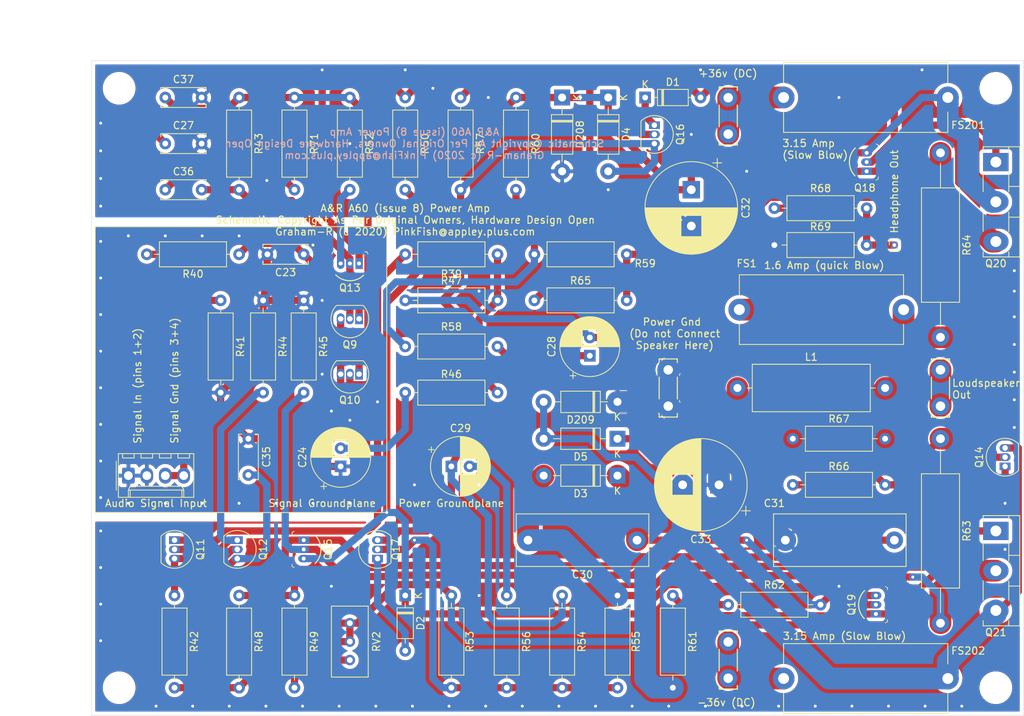
<source format=kicad_pcb>
(kicad_pcb (version 20171130) (host pcbnew 5.1.5-1.fc31)
  (layers (0 F.Cu signal hide) (31 B.Cu signal hide) (34 B.Paste user) (35 F.Paste user) (36 B.SilkS user hide) (37 F.SilkS user) (38 B.Mask user) (39 F.Mask user) (44 Edge.Cuts user))
  (net 0 "")
  (net 1 "Net-(C23-Pad1)")
  (net 2 "Net-(C24-Pad2)")
  (net 3 "Net-(C27-Pad1)")
  (net 4 "Net-(C28-Pad1)")
  (net 5 "Net-(C28-Pad2)")
  (net 6 "Net-(C29-Pad2)")
  (net 7 "Net-(C30-Pad1)")
  (net 8 "Net-(C30-Pad2)")
  (net 9 "Net-(C31-Pad1)")
  (net 10 "Net-(C36-Pad2)")
  (net 11 "Net-(C36-Pad1)")
  (net 12 "Net-(D1-Pad1)")
  (net 13 "Net-(D2-Pad1)")
  (net 14 "Net-(D2-Pad2)")
  (net 15 "Net-(J2-Pad1)")
  (net 16 "Net-(Q10-Pad3)")
  (net 17 "Net-(Q10-Pad2)")
  (net 18 "Net-(Q11-Pad2)")
  (net 19 "Net-(Q11-Pad3)")
  (net 20 "Net-(Q14-Pad2)")
  (net 21 "Net-(Q14-Pad1)")
  (net 22 "Net-(Q16-Pad2)")
  (net 23 "Net-(Q17-Pad2)")
  (net 24 "Net-(Q18-Pad1)")
  (net 25 "Net-(Q20-Pad3)")
  (net 26 "Net-(R39-Pad1)")
  (net 27 "Net-(R49-Pad2)")
  (net 28 "Net-(Q19-Pad1)")
  (net 29 GNDS)
  (net 30 GNDPWR)
  (net 31 "Net-(C32-Pad1)")
  (net 32 "Net-(C33-Pad2)")
  (net 33 "Net-(FS1-Pad2)")
  (net 34 "Net-(Q13-Pad3)")
  (net 35 "Net-(L1-Pad2)")
  (net 36 "Net-(FS201-Pad1)")
  (net 37 "Net-(FS202-Pad1)")
  (net 38 "Net-(J1-Pad3)")
  (module digikey-footprints:TO-92-3 (layer F.Cu) (at 196.85 127 90)
    (fp_text reference Q19 (at 1.27 -3.35 90) (layer F.SilkS))
    (fp_text value ZTX753)
    (pad 1 thru_hole rect (at 0 0 270) (size 1 1.5) (drill 0.55) (layers *.Cu *.Mask) (net 28 "Net-(Q19-Pad1)"))
    (pad 3 thru_hole oval (at 2.54 0 270) (size 1 1.5) (drill 0.55) (layers *.Cu *.Mask) (net 7 "Net-(C30-Pad1)"))
    (pad 2 thru_hole oval (at 1.27 0 270) (size 1 1.5) (drill 0.55) (layers *.Cu *.Mask) (net 13 "Net-(D2-Pad1)"))
  )
  (module digikey-footprints:TO-92-3 (layer F.Cu) (at 195.58 66.04 90)
    (fp_text reference Q18 (at -2.286 -0.254 180) (layer F.SilkS))
    (fp_text value ZTX653)
    (pad 1 thru_hole rect (at 0 0 270) (size 1 1.5) (drill 0.55) (layers *.Cu *.Mask) (net 24 "Net-(Q18-Pad1)"))
    (pad 3 thru_hole oval (at 2.54 0 270) (size 1 1.5) (drill 0.55) (layers *.Cu *.Mask) (net 31 "Net-(C32-Pad1)"))
    (pad 2 thru_hole oval (at 1.27 0 270) (size 1 1.5) (drill 0.55) (layers *.Cu *.Mask) (net 3 "Net-(C27-Pad1)"))
  )
  (module Package_TO_SOT_THT:TO-92_Inline (layer F.Cu) (at 166.37 59.69 270)
    (fp_text reference Q16 (at 1.27 -3.56 90) (layer F.SilkS))
    (fp_text value BC547)
    (pad 2 thru_hole oval (at 1.27 0 270) (size 1.05 1.5) (drill 0.75) (layers *.Cu *.Mask) (net 22 "Net-(Q16-Pad2)"))
    (pad 3 thru_hole oval (at 2.54 0 270) (size 1.05 1.5) (drill 0.75) (layers *.Cu *.Mask) (net 5 "Net-(C28-Pad2)"))
    (pad 1 thru_hole rect (at 0 0 270) (size 1.05 1.5) (drill 0.75) (layers *.Cu *.Mask) (net 12 "Net-(D1-Pad1)"))
  )
  (module digikey-footprints:TO-92-3 (layer F.Cu) (at 125.73 78.74 180)
    (fp_text reference Q13 (at 1.27 -3.35) (layer F.SilkS))
    (fp_text value ZTX753)
    (pad 2 thru_hole oval (at 1.27 0) (size 1 1.5) (drill 0.55) (layers *.Cu *.Mask) (net 10 "Net-(C36-Pad2)"))
    (pad 3 thru_hole oval (at 2.54 0) (size 1 1.5) (drill 0.55) (layers *.Cu *.Mask) (net 34 "Net-(Q13-Pad3)"))
    (pad 1 thru_hole rect (at 0 0) (size 1 1.5) (drill 0.55) (layers *.Cu *.Mask) (net 3 "Net-(C27-Pad1)"))
  )
  (module digikey-footprints:TO-92-3 (layer F.Cu) (at 118.11 116.84 270)
    (fp_text reference Q15 (at 1.27 -3.35 90) (layer F.SilkS))
    (fp_text value ZTX653)
    (pad 1 thru_hole rect (at 0 0 90) (size 1 1.5) (drill 0.55) (layers *.Cu *.Mask) (net 20 "Net-(Q14-Pad2)"))
    (pad 3 thru_hole oval (at 2.54 0 90) (size 1 1.5) (drill 0.55) (layers *.Cu *.Mask) (net 13 "Net-(D2-Pad1)"))
    (pad 2 thru_hole oval (at 1.27 0 90) (size 1 1.5) (drill 0.55) (layers *.Cu *.Mask) (net 21 "Net-(Q14-Pad1)"))
  )
  (module MountingHole:MountingHole_3.5mm (layer F.Cu) (at 213.36 54.61)
    (fp_text reference H4 hide)
    (fp_text value MountingHole hide)
    (pad 1 np_thru_hole circle (at 0 0) (size 3.5 3.5) (drill 3.5) (layers *.Cu *.Mask))
  )
  (module MountingHole:MountingHole_3.5mm (layer F.Cu) (at 213.36 137.16)
    (fp_text reference H3 hide)
    (fp_text value MountingHole hide)
    (pad 1 np_thru_hole circle (at 0 0) (size 3.5 3.5) (drill 3.5) (layers *.Cu *.Mask))
  )
  (module MountingHole:MountingHole_3.5mm (layer F.Cu) (at 92.71 137.16)
    (fp_text reference H2 hide)
    (fp_text value MountingHole hide)
    (pad 1 np_thru_hole circle (at 0 0) (size 3.5 3.5) (drill 3.5) (layers *.Cu *.Mask))
  )
  (module MountingHole:MountingHole_3.5mm (layer F.Cu) (at 92.71 54.61)
    (fp_text reference H1 hide)
    (fp_text value MountingHole hide)
    (pad 1 np_thru_hole circle (at 0 0) (size 3.5 3.5) (drill 3.5) (layers *.Cu *.Mask))
  )
  (module Capacitor_THT:C_Disc_D6.0mm_W2.5mm_P5.00mm (layer F.Cu) (at 118.11 77.47 180)
    (fp_text reference C23 (at 2.5 -2.5) (layer F.SilkS))
    (fp_text value 470p)
    (pad 2 thru_hole circle (at 5 0 180) (size 1.6 1.6) (drill 0.8) (layers *.Cu *.Mask) (net 29 GNDS))
    (pad 1 thru_hole circle (at 0 0 180) (size 1.6 1.6) (drill 0.8) (layers *.Cu *.Mask) (net 1 "Net-(C23-Pad1)"))
  )
  (module Capacitor_THT:CP_Radial_D8.0mm_P2.50mm (layer F.Cu) (at 123.19 106.68 90)
    (fp_text reference C24 (at 1.25 -5.25 90) (layer F.SilkS))
    (fp_text value "47uF 10v")
    (pad 2 thru_hole circle (at 2.5 0 90) (size 1.6 1.6) (drill 0.8) (layers *.Cu *.Mask) (net 2 "Net-(C24-Pad2)"))
    (pad 1 thru_hole rect (at 0 0 90) (size 1.6 1.6) (drill 0.8) (layers *.Cu *.Mask) (net 29 GNDS))
  )
  (module Capacitor_THT:C_Disc_D6.0mm_W2.5mm_P5.00mm (layer F.Cu) (at 99.06 62.23)
    (fp_text reference C27 (at 2.5 -2.5) (layer F.SilkS))
    (fp_text value 470p)
    (pad 1 thru_hole circle (at 0 0) (size 1.6 1.6) (drill 0.8) (layers *.Cu *.Mask) (net 3 "Net-(C27-Pad1)"))
    (pad 2 thru_hole circle (at 5 0) (size 1.6 1.6) (drill 0.8) (layers *.Cu *.Mask) (net 30 GNDPWR))
  )
  (module Capacitor_THT:CP_Radial_D8.0mm_P2.50mm (layer F.Cu) (at 157.48 91.44 90)
    (fp_text reference C28 (at 1.25 -5.25 90) (layer F.SilkS))
    (fp_text value 47uF/10v)
    (pad 1 thru_hole rect (at 0 0 90) (size 1.6 1.6) (drill 0.8) (layers *.Cu *.Mask) (net 4 "Net-(C28-Pad1)"))
    (pad 2 thru_hole circle (at 2.5 0 90) (size 1.6 1.6) (drill 0.8) (layers *.Cu *.Mask) (net 5 "Net-(C28-Pad2)"))
  )
  (module Capacitor_THT:CP_Radial_D8.0mm_P2.50mm (layer F.Cu) (at 138.43 106.68)
    (fp_text reference C29 (at 1.25 -5.25) (layer F.SilkS))
    (fp_text value 47uF/10v)
    (pad 1 thru_hole rect (at 0 0) (size 1.6 1.6) (drill 0.8) (layers *.Cu *.Mask) (net 5 "Net-(C28-Pad2)"))
    (pad 2 thru_hole circle (at 2.5 0) (size 1.6 1.6) (drill 0.8) (layers *.Cu *.Mask) (net 6 "Net-(C29-Pad2)"))
  )
  (module Capacitor_THT:C_Rect_L18.0mm_W7.0mm_P15.00mm_FKS3_FKP3 (layer F.Cu) (at 163.9824 116.84 180)
    (fp_text reference C30 (at 7.5 -4.75) (layer F.SilkS))
    (fp_text value 100n)
    (pad 1 thru_hole circle (at 0 0 180) (size 2.4 2.4) (drill 1.2) (layers *.Cu *.Mask) (net 7 "Net-(C30-Pad1)"))
    (pad 2 thru_hole circle (at 15 0 180) (size 2.4 2.4) (drill 1.2) (layers *.Cu *.Mask) (net 8 "Net-(C30-Pad2)"))
  )
  (module Capacitor_THT:C_Rect_L18.0mm_W7.0mm_P15.00mm_FKS3_FKP3 (layer F.Cu) (at 199.39 116.84 180)
    (fp_text reference C31 (at 16.51 5.08) (layer F.SilkS))
    (fp_text value 100n)
    (pad 2 thru_hole circle (at 15 0 180) (size 2.4 2.4) (drill 1.2) (layers *.Cu *.Mask) (net 30 GNDPWR))
    (pad 1 thru_hole circle (at 0 0 180) (size 2.4 2.4) (drill 1.2) (layers *.Cu *.Mask) (net 9 "Net-(C31-Pad1)"))
  )
  (module Capacitor_THT:CP_Radial_D12.5mm_P5.00mm (layer F.Cu) (at 171.45 68.58 270)
    (fp_text reference C32 (at 2.5 -7.5 90) (layer F.SilkS))
    (fp_text value 22uF/63v)
    (pad 2 thru_hole circle (at 5 0 270) (size 2.4 2.4) (drill 1.2) (layers *.Cu *.Mask) (net 30 GNDPWR))
    (pad 1 thru_hole rect (at 0 0 270) (size 2.4 2.4) (drill 1.2) (layers *.Cu *.Mask) (net 31 "Net-(C32-Pad1)"))
  )
  (module Capacitor_THT:CP_Radial_D12.5mm_P5.00mm (layer F.Cu) (at 175.26 109.22 180)
    (fp_text reference C33 (at 2.5 -7.5) (layer F.SilkS))
    (fp_text value 22uF/63v)
    (pad 1 thru_hole rect (at 0 0 180) (size 2.4 2.4) (drill 1.2) (layers *.Cu *.Mask) (net 30 GNDPWR))
    (pad 2 thru_hole circle (at 5 0 180) (size 2.4 2.4) (drill 1.2) (layers *.Cu *.Mask) (net 32 "Net-(C33-Pad2)"))
  )
  (module Capacitor_THT:C_Disc_D6.0mm_W2.5mm_P5.00mm (layer F.Cu) (at 99.06 68.58)
    (fp_text reference C36 (at 2.5 -2.5) (layer F.SilkS))
    (fp_text value 470p)
    (pad 2 thru_hole circle (at 5 0) (size 1.6 1.6) (drill 0.8) (layers *.Cu *.Mask) (net 10 "Net-(C36-Pad2)"))
    (pad 1 thru_hole circle (at 0 0) (size 1.6 1.6) (drill 0.8) (layers *.Cu *.Mask) (net 11 "Net-(C36-Pad1)"))
  )
  (module Capacitor_THT:C_Disc_D6.0mm_W2.5mm_P5.00mm (layer F.Cu) (at 99.06 55.88)
    (fp_text reference C37 (at 2.5 -2.5) (layer F.SilkS))
    (fp_text value 10n)
    (pad 1 thru_hole circle (at 0 0) (size 1.6 1.6) (drill 0.8) (layers *.Cu *.Mask) (net 31 "Net-(C32-Pad1)"))
    (pad 2 thru_hole circle (at 5 0) (size 1.6 1.6) (drill 0.8) (layers *.Cu *.Mask) (net 30 GNDPWR))
  )
  (module Diode_THT:D_DO-35_SOD27_P7.62mm_Horizontal (layer F.Cu) (at 165.1 55.88)
    (fp_text reference D1 (at 3.81 -2.12) (layer F.SilkS))
    (fp_text value 1N4148)
    (fp_text user K (at 0 -1.8) (layer F.SilkS))
    (pad 2 thru_hole oval (at 7.62 0) (size 1.6 1.6) (drill 0.8) (layers *.Cu *.Mask) (net 3 "Net-(C27-Pad1)"))
    (pad 1 thru_hole rect (at 0 0) (size 1.6 1.6) (drill 0.8) (layers *.Cu *.Mask) (net 12 "Net-(D1-Pad1)"))
  )
  (module Diode_THT:D_DO-35_SOD27_P7.62mm_Horizontal (layer F.Cu) (at 132.08 124.46 270)
    (fp_text reference D2 (at 3.81 -2.12 90) (layer F.SilkS))
    (fp_text value 1N4148)
    (fp_text user K (at 0 -1.8 90) (layer F.SilkS))
    (pad 1 thru_hole rect (at 0 0 270) (size 1.6 1.6) (drill 0.8) (layers *.Cu *.Mask) (net 13 "Net-(D2-Pad1)"))
    (pad 2 thru_hole oval (at 7.62 0 270) (size 1.6 1.6) (drill 0.8) (layers *.Cu *.Mask) (net 14 "Net-(D2-Pad2)"))
  )
  (module Diode_THT:D_DO-41_SOD81_P10.16mm_Horizontal (layer F.Cu) (at 161.29 107.95 180)
    (fp_text reference D3 (at 5.08 -2.47) (layer F.SilkS))
    (fp_text value 1N4002)
    (fp_text user K (at 0 -2.1) (layer F.SilkS))
    (pad 1 thru_hole rect (at 0 0 180) (size 2.2 2.2) (drill 1.1) (layers *.Cu *.Mask) (net 7 "Net-(C30-Pad1)"))
    (pad 2 thru_hole oval (at 10.16 0 180) (size 2.2 2.2) (drill 1.1) (layers *.Cu *.Mask) (net 8 "Net-(C30-Pad2)"))
  )
  (module Diode_THT:D_DO-41_SOD81_P10.16mm_Horizontal (layer F.Cu) (at 160.02 55.88 270)
    (fp_text reference D4 (at 5.08 -2.47 90) (layer F.SilkS))
    (fp_text value 1N4002)
    (fp_text user K (at 0 -2.1 90) (layer F.SilkS))
    (pad 1 thru_hole rect (at 0 0 270) (size 2.2 2.2) (drill 1.1) (layers *.Cu *.Mask) (net 31 "Net-(C32-Pad1)"))
    (pad 2 thru_hole oval (at 10.16 0 270) (size 2.2 2.2) (drill 1.1) (layers *.Cu *.Mask) (net 5 "Net-(C28-Pad2)"))
  )
  (module Diode_THT:D_DO-41_SOD81_P10.16mm_Horizontal (layer F.Cu) (at 161.29 102.87 180)
    (fp_text reference D5 (at 5.08 -2.47) (layer F.SilkS))
    (fp_text value 1N4002)
    (fp_text user K (at 0 -2.1) (layer F.SilkS))
    (pad 2 thru_hole oval (at 10.16 0 180) (size 2.2 2.2) (drill 1.1) (layers *.Cu *.Mask) (net 32 "Net-(C33-Pad2)"))
    (pad 1 thru_hole rect (at 0 0 180) (size 2.2 2.2) (drill 1.1) (layers *.Cu *.Mask) (net 5 "Net-(C28-Pad2)"))
  )
  (module Diode_THT:D_DO-41_SOD81_P10.16mm_Horizontal (layer F.Cu) (at 153.67 55.88 270)
    (fp_text reference D208 (at 5.08 -2.47 90) (layer F.SilkS))
    (fp_text value 1N4002)
    (fp_text user K (at 0 -2.1 90) (layer F.SilkS))
    (pad 2 thru_hole oval (at 10.16 0 270) (size 2.2 2.2) (drill 1.1) (layers *.Cu *.Mask) (net 30 GNDPWR))
    (pad 1 thru_hole rect (at 0 0 270) (size 2.2 2.2) (drill 1.1) (layers *.Cu *.Mask) (net 31 "Net-(C32-Pad1)"))
  )
  (module Diode_THT:D_DO-41_SOD81_P10.16mm_Horizontal (layer F.Cu) (at 161.29 97.79 180)
    (fp_text reference D209 (at 5.08 -2.47) (layer F.SilkS))
    (fp_text value 1N4002)
    (fp_text user K (at 0 -2.1) (layer F.SilkS))
    (pad 1 thru_hole rect (at 0 0 180) (size 2.2 2.2) (drill 1.1) (layers *.Cu *.Mask) (net 30 GNDPWR))
    (pad 2 thru_hole oval (at 10.16 0 180) (size 2.2 2.2) (drill 1.1) (layers *.Cu *.Mask) (net 32 "Net-(C33-Pad2)"))
  )
  (module Connector_PinHeader_1.00mm:PinHeader_1x01_P1.00mm_Vertical (layer F.Cu) (at 199.39 76.2)
    (fp_text reference J2 hide)
    (fp_text value J_HP+)
    (pad 1 thru_hole rect (at 0 0) (size 0.85 0.85) (drill 0.5) (layers *.Cu *.Mask) (net 15 "Net-(J2-Pad1)"))
  )
  (module Inductor_THT:L_Axial_L16.0mm_D6.3mm_P20.32mm_Horizontal_Fastron_VHBCC (layer F.Cu) (at 177.8 95.885)
    (fp_text reference L1 (at 10.16 -4.27) (layer F.SilkS))
    (fp_text value 2u2L)
    (pad 1 thru_hole circle (at 0 0) (size 2.2 2.2) (drill 1.1) (layers *.Cu *.Mask) (net 33 "Net-(FS1-Pad2)"))
    (pad 2 thru_hole oval (at 20.32 0) (size 2.2 2.2) (drill 1.1) (layers *.Cu *.Mask) (net 35 "Net-(L1-Pad2)"))
  )
  (module Package_TO_SOT_THT:TO-218-3_Vertical (layer F.Cu) (at 213.36 115.57 270)
    (fp_text reference Q21 (at 13.97 0 180) (layer F.SilkS))
    (fp_text value TIP3055)
    (pad 3 thru_hole oval (at 10.95 0 270) (size 2.5 3.5) (drill 1.5) (layers *.Cu *.Mask) (net 32 "Net-(C33-Pad2)"))
    (pad 2 thru_hole oval (at 5.475 0 270) (size 2.5 3.5) (drill 1.5) (layers *.Cu *.Mask) (net 8 "Net-(C30-Pad2)"))
    (pad 1 thru_hole rect (at 0 0 270) (size 2.5 3.5) (drill 1.5) (layers *.Cu *.Mask) (net 28 "Net-(Q19-Pad1)"))
  )
  (module Package_TO_SOT_THT:TO-92_Inline (layer F.Cu) (at 125.73 86.36 180)
    (fp_text reference Q9 (at 1.27 -3.56) (layer F.SilkS))
    (fp_text value BC547)
    (pad 1 thru_hole rect (at 0 0 180) (size 1.05 1.5) (drill 0.75) (layers *.Cu *.Mask) (net 10 "Net-(C36-Pad2)"))
    (pad 3 thru_hole oval (at 2.54 0 180) (size 1.05 1.5) (drill 0.75) (layers *.Cu *.Mask) (net 16 "Net-(Q10-Pad3)"))
    (pad 2 thru_hole oval (at 1.27 0 180) (size 1.05 1.5) (drill 0.75) (layers *.Cu *.Mask) (net 1 "Net-(C23-Pad1)"))
  )
  (module Package_TO_SOT_THT:TO-92_Inline (layer F.Cu) (at 125.73 93.98 180)
    (fp_text reference Q10 (at 1.27 -3.56) (layer F.SilkS))
    (fp_text value BC547)
    (pad 1 thru_hole rect (at 0 0 180) (size 1.05 1.5) (drill 0.75) (layers *.Cu *.Mask) (net 31 "Net-(C32-Pad1)"))
    (pad 3 thru_hole oval (at 2.54 0 180) (size 1.05 1.5) (drill 0.75) (layers *.Cu *.Mask) (net 16 "Net-(Q10-Pad3)"))
    (pad 2 thru_hole oval (at 1.27 0 180) (size 1.05 1.5) (drill 0.75) (layers *.Cu *.Mask) (net 17 "Net-(Q10-Pad2)"))
  )
  (module Package_TO_SOT_THT:TO-92_Inline (layer F.Cu) (at 100.33 116.84 270)
    (fp_text reference Q11 (at 1.27 -3.56 90) (layer F.SilkS))
    (fp_text value BC547)
    (pad 2 thru_hole oval (at 1.27 0 270) (size 1.05 1.5) (drill 0.75) (layers *.Cu *.Mask) (net 18 "Net-(Q11-Pad2)"))
    (pad 3 thru_hole oval (at 2.54 0 270) (size 1.05 1.5) (drill 0.75) (layers *.Cu *.Mask) (net 19 "Net-(Q11-Pad3)"))
    (pad 1 thru_hole rect (at 0 0 270) (size 1.05 1.5) (drill 0.75) (layers *.Cu *.Mask) (net 16 "Net-(Q10-Pad3)"))
  )
  (module Package_TO_SOT_THT:TO-92_Inline (layer F.Cu) (at 108.966 116.84 270)
    (fp_text reference Q12 (at 1.27 -3.56 90) (layer F.SilkS))
    (fp_text value BC547)
    (pad 1 thru_hole rect (at 0 0 270) (size 1.05 1.5) (drill 0.75) (layers *.Cu *.Mask) (net 18 "Net-(Q11-Pad2)"))
    (pad 3 thru_hole oval (at 2.54 0 270) (size 1.05 1.5) (drill 0.75) (layers *.Cu *.Mask) (net 32 "Net-(C33-Pad2)"))
    (pad 2 thru_hole oval (at 1.27 0 270) (size 1.05 1.5) (drill 0.75) (layers *.Cu *.Mask) (net 19 "Net-(Q11-Pad3)"))
  )
  (module Package_TO_SOT_THT:TO-92_Inline (layer F.Cu) (at 214.63 106.68 90)
    (fp_text reference Q14 (at 1.27 -3.56 90) (layer F.SilkS))
    (fp_text value BC547)
    (pad 2 thru_hole oval (at 1.27 0 90) (size 1.05 1.5) (drill 0.75) (layers *.Cu *.Mask) (net 20 "Net-(Q14-Pad2)"))
    (pad 3 thru_hole oval (at 2.54 0 90) (size 1.05 1.5) (drill 0.75) (layers *.Cu *.Mask) (net 32 "Net-(C33-Pad2)"))
    (pad 1 thru_hole rect (at 0 0 90) (size 1.05 1.5) (drill 0.75) (layers *.Cu *.Mask) (net 21 "Net-(Q14-Pad1)"))
  )
  (module Package_TO_SOT_THT:TO-92_Inline (layer F.Cu) (at 128.27 119.38 90)
    (fp_text reference Q17 (at 1.27 2.54 90) (layer F.SilkS))
    (fp_text value BC557)
    (pad 2 thru_hole oval (at 1.27 0 90) (size 1.05 1.5) (drill 0.75) (layers *.Cu *.Mask) (net 23 "Net-(Q17-Pad2)"))
    (pad 3 thru_hole oval (at 2.54 0 90) (size 1.05 1.5) (drill 0.75) (layers *.Cu *.Mask) (net 5 "Net-(C28-Pad2)"))
    (pad 1 thru_hole rect (at 0 0 90) (size 1.05 1.5) (drill 0.75) (layers *.Cu *.Mask) (net 14 "Net-(D2-Pad2)"))
  )
  (module Package_TO_SOT_THT:TO-218-3_Vertical (layer F.Cu) (at 213.36 64.77 270)
    (fp_text reference Q20 (at 13.97 0 180) (layer F.SilkS))
    (fp_text value TIP3055)
    (pad 1 thru_hole rect (at 0 0 270) (size 2.5 3.5) (drill 1.5) (layers *.Cu *.Mask) (net 24 "Net-(Q18-Pad1)"))
    (pad 2 thru_hole oval (at 5.475 0 270) (size 2.5 3.5) (drill 1.5) (layers *.Cu *.Mask) (net 31 "Net-(C32-Pad1)"))
    (pad 3 thru_hole oval (at 10.95 0 270) (size 2.5 3.5) (drill 1.5) (layers *.Cu *.Mask) (net 25 "Net-(Q20-Pad3)"))
  )
  (module Resistor_THT:R_Axial_DIN0309_L9.0mm_D3.2mm_P12.70mm_Horizontal (layer F.Cu) (at 144.78 77.47 180)
    (fp_text reference R39 (at 6.35 -2.72) (layer F.SilkS))
    (fp_text value 2K7)
    (pad 2 thru_hole oval (at 12.7 0 180) (size 1.6 1.6) (drill 0.8) (layers *.Cu *.Mask) (net 17 "Net-(Q10-Pad2)"))
    (pad 1 thru_hole circle (at 0 0 180) (size 1.6 1.6) (drill 0.8) (layers *.Cu *.Mask) (net 26 "Net-(R39-Pad1)"))
  )
  (module Resistor_THT:R_Axial_DIN0309_L9.0mm_D3.2mm_P12.70mm_Horizontal (layer F.Cu) (at 109.22 77.47 180)
    (fp_text reference R40 (at 6.35 -2.72) (layer F.SilkS))
    (fp_text value 2K7)
    (pad 2 thru_hole oval (at 12.7 0 180) (size 1.6 1.6) (drill 0.8) (layers *.Cu *.Mask) (net 38 "Net-(J1-Pad3)"))
    (pad 1 thru_hole circle (at 0 0 180) (size 1.6 1.6) (drill 0.8) (layers *.Cu *.Mask) (net 1 "Net-(C23-Pad1)"))
  )
  (module Resistor_THT:R_Axial_DIN0309_L9.0mm_D3.2mm_P12.70mm_Horizontal (layer F.Cu) (at 106.68 83.82 270)
    (fp_text reference R41 (at 6.35 -2.72 90) (layer F.SilkS))
    (fp_text value 15K)
    (pad 1 thru_hole circle (at 0 0 270) (size 1.6 1.6) (drill 0.8) (layers *.Cu *.Mask) (net 38 "Net-(J1-Pad3)"))
    (pad 2 thru_hole oval (at 12.7 0 270) (size 1.6 1.6) (drill 0.8) (layers *.Cu *.Mask) (net 29 GNDS))
  )
  (module Resistor_THT:R_Axial_DIN0309_L9.0mm_D3.2mm_P12.70mm_Horizontal (layer F.Cu) (at 100.33 124.46 270)
    (fp_text reference R42 (at 6.35 -2.72 90) (layer F.SilkS))
    (fp_text value 470R)
    (pad 1 thru_hole circle (at 0 0 270) (size 1.6 1.6) (drill 0.8) (layers *.Cu *.Mask) (net 19 "Net-(Q11-Pad3)"))
    (pad 2 thru_hole oval (at 12.7 0 270) (size 1.6 1.6) (drill 0.8) (layers *.Cu *.Mask) (net 32 "Net-(C33-Pad2)"))
  )
  (module Resistor_THT:R_Axial_DIN0309_L9.0mm_D3.2mm_P12.70mm_Horizontal (layer F.Cu) (at 109.22 55.88 270)
    (fp_text reference R43 (at 6.35 -2.72 90) (layer F.SilkS))
    (fp_text value 2K7)
    (pad 1 thru_hole circle (at 0 0 270) (size 1.6 1.6) (drill 0.8) (layers *.Cu *.Mask) (net 31 "Net-(C32-Pad1)"))
    (pad 2 thru_hole oval (at 12.7 0 270) (size 1.6 1.6) (drill 0.8) (layers *.Cu *.Mask) (net 10 "Net-(C36-Pad2)"))
  )
  (module Resistor_THT:R_Axial_DIN0309_L9.0mm_D3.2mm_P12.70mm_Horizontal (layer F.Cu) (at 112.522 83.82 270)
    (fp_text reference R44 (at 6.35 -2.72 90) (layer F.SilkS))
    (fp_text value 56K)
    (pad 2 thru_hole oval (at 12.7 0 270) (size 1.6 1.6) (drill 0.8) (layers *.Cu *.Mask) (net 18 "Net-(Q11-Pad2)"))
    (pad 1 thru_hole circle (at 0 0 270) (size 1.6 1.6) (drill 0.8) (layers *.Cu *.Mask) (net 29 GNDS))
  )
  (module Resistor_THT:R_Axial_DIN0309_L9.0mm_D3.2mm_P12.70mm_Horizontal (layer F.Cu) (at 118.11 83.82 270)
    (fp_text reference R45 (at 6.35 -2.72 90) (layer F.SilkS))
    (fp_text value 10K)
    (pad 1 thru_hole circle (at 0 0 270) (size 1.6 1.6) (drill 0.8) (layers *.Cu *.Mask) (net 29 GNDS))
    (pad 2 thru_hole oval (at 12.7 0 270) (size 1.6 1.6) (drill 0.8) (layers *.Cu *.Mask) (net 21 "Net-(Q14-Pad1)"))
  )
  (module Resistor_THT:R_Axial_DIN0309_L9.0mm_D3.2mm_P12.70mm_Horizontal (layer F.Cu) (at 144.78 96.52 180)
    (fp_text reference R46 (at 6.35 2.54) (layer F.SilkS))
    (fp_text value 470R)
    (pad 2 thru_hole oval (at 12.7 0 180) (size 1.6 1.6) (drill 0.8) (layers *.Cu *.Mask) (net 2 "Net-(C24-Pad2)"))
    (pad 1 thru_hole circle (at 0 0 180) (size 1.6 1.6) (drill 0.8) (layers *.Cu *.Mask) (net 26 "Net-(R39-Pad1)"))
  )
  (module Resistor_THT:R_Axial_DIN0309_L9.0mm_D3.2mm_P12.70mm_Horizontal (layer F.Cu) (at 132.08 83.82)
    (fp_text reference R47 (at 6.35 -2.72) (layer F.SilkS))
    (fp_text value 15K)
    (pad 1 thru_hole circle (at 0 0) (size 1.6 1.6) (drill 0.8) (layers *.Cu *.Mask) (net 5 "Net-(C28-Pad2)"))
    (pad 2 thru_hole oval (at 12.7 0) (size 1.6 1.6) (drill 0.8) (layers *.Cu *.Mask) (net 26 "Net-(R39-Pad1)"))
  )
  (module Resistor_THT:R_Axial_DIN0309_L9.0mm_D3.2mm_P12.70mm_Horizontal (layer F.Cu) (at 109.22 124.46 270)
    (fp_text reference R48 (at 6.35 -2.72 90) (layer F.SilkS))
    (fp_text value 82R)
    (pad 2 thru_hole oval (at 12.7 0 270) (size 1.6 1.6) (drill 0.8) (layers *.Cu *.Mask) (net 32 "Net-(C33-Pad2)"))
    (pad 1 thru_hole circle (at 0 0 270) (size 1.6 1.6) (drill 0.8) (layers *.Cu *.Mask) (net 20 "Net-(Q14-Pad2)"))
  )
  (module Resistor_THT:R_Axial_DIN0309_L9.0mm_D3.2mm_P12.70mm_Horizontal (layer F.Cu) (at 116.84 124.46 270)
    (fp_text reference R49 (at 6.35 -2.72 90) (layer F.SilkS))
    (fp_text value 120R)
    (pad 1 thru_hole circle (at 0 0 270) (size 1.6 1.6) (drill 0.8) (layers *.Cu *.Mask) (net 20 "Net-(Q14-Pad2)"))
    (pad 2 thru_hole oval (at 12.7 0 270) (size 1.6 1.6) (drill 0.8) (layers *.Cu *.Mask) (net 27 "Net-(R49-Pad2)"))
  )
  (module Resistor_THT:R_Axial_DIN0309_L9.0mm_D3.2mm_P12.70mm_Horizontal (layer F.Cu) (at 132.08 55.88 270)
    (fp_text reference R50 (at 6.35 -2.72 90) (layer F.SilkS))
    (fp_text value 220R)
    (pad 2 thru_hole oval (at 12.7 0 270) (size 1.6 1.6) (drill 0.8) (layers *.Cu *.Mask) (net 13 "Net-(D2-Pad1)"))
    (pad 1 thru_hole circle (at 0 0 270) (size 1.6 1.6) (drill 0.8) (layers *.Cu *.Mask) (net 3 "Net-(C27-Pad1)"))
  )
  (module Resistor_THT:R_Axial_DIN0309_L9.0mm_D3.2mm_P12.70mm_Horizontal (layer F.Cu) (at 124.46 55.88 270)
    (fp_text reference R52 (at 6.35 -2.72 90) (layer F.SilkS))
    (fp_text value 100R)
    (pad 2 thru_hole oval (at 12.7 0 270) (size 1.6 1.6) (drill 0.8) (layers *.Cu *.Mask) (net 34 "Net-(Q13-Pad3)"))
    (pad 1 thru_hole circle (at 0 0 270) (size 1.6 1.6) (drill 0.8) (layers *.Cu *.Mask) (net 31 "Net-(C32-Pad1)"))
  )
  (module Resistor_THT:R_Axial_DIN0309_L9.0mm_D3.2mm_P12.70mm_Horizontal (layer F.Cu) (at 153.67 124.46 270)
    (fp_text reference R54 (at 6.35 -2.72 90) (layer F.SilkS))
    (fp_text value 120R)
    (pad 1 thru_hole circle (at 0 0 270) (size 1.6 1.6) (drill 0.8) (layers *.Cu *.Mask) (net 5 "Net-(C28-Pad2)"))
    (pad 2 thru_hole oval (at 12.7 0 270) (size 1.6 1.6) (drill 0.8) (layers *.Cu *.Mask) (net 23 "Net-(Q17-Pad2)"))
  )
  (module Resistor_THT:R_Axial_DIN0309_L9.0mm_D3.2mm_P12.70mm_Horizontal (layer F.Cu) (at 161.29 137.16 90)
    (fp_text reference R55 (at 6.35 2.54 90) (layer F.SilkS))
    (fp_text value 120R)
    (pad 1 thru_hole circle (at 0 0 90) (size 1.6 1.6) (drill 0.8) (layers *.Cu *.Mask) (net 23 "Net-(Q17-Pad2)"))
    (pad 2 thru_hole oval (at 12.7 0 90) (size 1.6 1.6) (drill 0.8) (layers *.Cu *.Mask) (net 8 "Net-(C30-Pad2)"))
  )
  (module Resistor_THT:R_Axial_DIN0309_L9.0mm_D3.2mm_P12.70mm_Horizontal (layer F.Cu) (at 146.05 124.46 270)
    (fp_text reference R56 (at 6.35 -2.72 90) (layer F.SilkS))
    (fp_text value 82R)
    (pad 2 thru_hole oval (at 12.7 0 270) (size 1.6 1.6) (drill 0.8) (layers *.Cu *.Mask) (net 23 "Net-(Q17-Pad2)"))
    (pad 1 thru_hole circle (at 0 0 270) (size 1.6 1.6) (drill 0.8) (layers *.Cu *.Mask) (net 6 "Net-(C29-Pad2)"))
  )
  (module Resistor_THT:R_Axial_DIN0309_L9.0mm_D3.2mm_P12.70mm_Horizontal (layer F.Cu) (at 139.7 55.88 270)
    (fp_text reference R57 (at 6.35 -2.72 90) (layer F.SilkS))
    (fp_text value 120R)
    (pad 1 thru_hole circle (at 0 0 270) (size 1.6 1.6) (drill 0.8) (layers *.Cu *.Mask) (net 22 "Net-(Q16-Pad2)"))
    (pad 2 thru_hole oval (at 12.7 0 270) (size 1.6 1.6) (drill 0.8) (layers *.Cu *.Mask) (net 5 "Net-(C28-Pad2)"))
  )
  (module Resistor_THT:R_Axial_DIN0309_L9.0mm_D3.2mm_P12.70mm_Horizontal (layer F.Cu) (at 132.08 90.17)
    (fp_text reference R58 (at 6.35 -2.72) (layer F.SilkS))
    (fp_text value 82R)
    (pad 2 thru_hole oval (at 12.7 0) (size 1.6 1.6) (drill 0.8) (layers *.Cu *.Mask) (net 4 "Net-(C28-Pad1)"))
    (pad 1 thru_hole circle (at 0 0) (size 1.6 1.6) (drill 0.8) (layers *.Cu *.Mask) (net 22 "Net-(Q16-Pad2)"))
  )
  (module Resistor_THT:R_Axial_DIN0309_L9.0mm_D3.2mm_P12.70mm_Horizontal (layer F.Cu) (at 149.86 77.47)
    (fp_text reference R59 (at 15.24 1.27) (layer F.SilkS))
    (fp_text value 120R)
    (pad 1 thru_hole circle (at 0 0) (size 1.6 1.6) (drill 0.8) (layers *.Cu *.Mask) (net 22 "Net-(Q16-Pad2)"))
    (pad 2 thru_hole oval (at 12.7 0) (size 1.6 1.6) (drill 0.8) (layers *.Cu *.Mask) (net 25 "Net-(Q20-Pad3)"))
  )
  (module Resistor_THT:R_Axial_DIN0309_L9.0mm_D3.2mm_P12.70mm_Horizontal (layer F.Cu) (at 168.91 124.46 270)
    (fp_text reference R61 (at 6.35 -2.72 90) (layer F.SilkS))
    (fp_text value 82R)
    (pad 1 thru_hole circle (at 0 0 270) (size 1.6 1.6) (drill 0.8) (layers *.Cu *.Mask) (net 28 "Net-(Q19-Pad1)"))
    (pad 2 thru_hole oval (at 12.7 0 270) (size 1.6 1.6) (drill 0.8) (layers *.Cu *.Mask) (net 32 "Net-(C33-Pad2)"))
  )
  (module Resistor_THT:R_Axial_DIN0309_L9.0mm_D3.2mm_P12.70mm_Horizontal (layer F.Cu) (at 176.53 125.73)
    (fp_text reference R62 (at 6.35 -2.72) (layer F.SilkS))
    (fp_text value 82R)
    (pad 2 thru_hole oval (at 12.7 0) (size 1.6 1.6) (drill 0.8) (layers *.Cu *.Mask) (net 7 "Net-(C30-Pad1)"))
    (pad 1 thru_hole circle (at 0 0) (size 1.6 1.6) (drill 0.8) (layers *.Cu *.Mask) (net 8 "Net-(C30-Pad2)"))
  )
  (module Resistor_THT:R_Axial_DIN0516_L15.5mm_D5.0mm_P25.40mm_Horizontal (layer F.Cu) (at 205.74 63.5 270)
    (fp_text reference R64 (at 12.7 -3.62 90) (layer F.SilkS))
    (fp_text value R22)
    (pad 2 thru_hole oval (at 25.4 0 270) (size 2.4 2.4) (drill 1.2) (layers *.Cu *.Mask) (net 5 "Net-(C28-Pad2)"))
    (pad 1 thru_hole circle (at 0 0 270) (size 2.4 2.4) (drill 1.2) (layers *.Cu *.Mask) (net 25 "Net-(Q20-Pad3)"))
  )
  (module Resistor_THT:R_Axial_DIN0309_L9.0mm_D3.2mm_P12.70mm_Horizontal (layer F.Cu) (at 149.86 83.82)
    (fp_text reference R65 (at 6.35 -2.72) (layer F.SilkS))
    (fp_text value 82R)
    (pad 1 thru_hole circle (at 0 0) (size 1.6 1.6) (drill 0.8) (layers *.Cu *.Mask) (net 24 "Net-(Q18-Pad1)"))
    (pad 2 thru_hole oval (at 12.7 0) (size 1.6 1.6) (drill 0.8) (layers *.Cu *.Mask) (net 25 "Net-(Q20-Pad3)"))
  )
  (module Resistor_THT:R_Axial_DIN0309_L9.0mm_D3.2mm_P12.70mm_Horizontal (layer F.Cu) (at 198.12 109.22 180)
    (fp_text reference R66 (at 6.35 2.54) (layer F.SilkS))
    (fp_text value 5R6)
    (pad 2 thru_hole oval (at 12.7 0 180) (size 1.6 1.6) (drill 0.8) (layers *.Cu *.Mask) (net 9 "Net-(C31-Pad1)"))
    (pad 1 thru_hole circle (at 0 0 180) (size 1.6 1.6) (drill 0.8) (layers *.Cu *.Mask) (net 5 "Net-(C28-Pad2)"))
  )
  (module Resistor_THT:R_Axial_DIN0309_L9.0mm_D3.2mm_P12.70mm_Horizontal (layer F.Cu) (at 185.42 102.87)
    (fp_text reference R67 (at 6.35 -2.72) (layer F.SilkS))
    (fp_text value 2R2)
    (pad 2 thru_hole oval (at 12.7 0) (size 1.6 1.6) (drill 0.8) (layers *.Cu *.Mask) (net 35 "Net-(L1-Pad2)"))
    (pad 1 thru_hole circle (at 0 0) (size 1.6 1.6) (drill 0.8) (layers *.Cu *.Mask) (net 33 "Net-(FS1-Pad2)"))
  )
  (module Resistor_THT:R_Axial_DIN0309_L9.0mm_D3.2mm_P12.70mm_Horizontal (layer F.Cu) (at 182.88 71.12)
    (fp_text reference R68 (at 6.35 -2.72) (layer F.SilkS))
    (fp_text value 330R)
    (pad 2 thru_hole oval (at 12.7 0) (size 1.6 1.6) (drill 0.8) (layers *.Cu *.Mask) (net 15 "Net-(J2-Pad1)"))
    (pad 1 thru_hole circle (at 0 0) (size 1.6 1.6) (drill 0.8) (layers *.Cu *.Mask) (net 35 "Net-(L1-Pad2)"))
  )
  (module Resistor_THT:R_Axial_DIN0309_L9.0mm_D3.2mm_P12.70mm_Horizontal (layer F.Cu) (at 195.58 76.2 180)
    (fp_text reference R69 (at 6.35 2.54) (layer F.SilkS))
    (fp_text value 220R)
    (pad 1 thru_hole circle (at 0 0 180) (size 1.6 1.6) (drill 0.8) (layers *.Cu *.Mask) (net 15 "Net-(J2-Pad1)"))
    (pad 2 thru_hole oval (at 12.7 0 180) (size 1.6 1.6) (drill 0.8) (layers *.Cu *.Mask) (net 30 GNDPWR))
  )
  (module Resistor_THT:R_Axial_DIN0309_L9.0mm_D3.2mm_P12.70mm_Horizontal (layer F.Cu) (at 116.84 55.88 270)
    (fp_text reference R71 (at 6.35 -2.72 90) (layer F.SilkS))
    (fp_text value 680R)
    (pad 1 thru_hole circle (at 0 0 270) (size 1.6 1.6) (drill 0.8) (layers *.Cu *.Mask) (net 31 "Net-(C32-Pad1)"))
    (pad 2 thru_hole oval (at 12.7 0 270) (size 1.6 1.6) (drill 0.8) (layers *.Cu *.Mask) (net 11 "Net-(C36-Pad1)"))
  )
  (module Potentiometer_THT:Potentiometer_Bourns_3296W_Vertical (layer F.Cu) (at 124.46 133.35 270)
    (fp_text reference RV2 (at -2.54 -3.66 90) (layer F.SilkS))
    (fp_text value 1k0)
    (pad 1 thru_hole circle (at 0 0 270) (size 1.44 1.44) (drill 0.8) (layers *.Cu *.Mask) (net 27 "Net-(R49-Pad2)"))
    (pad 2 thru_hole circle (at -2.54 0 270) (size 1.44 1.44) (drill 0.8) (layers *.Cu *.Mask) (net 32 "Net-(C33-Pad2)"))
    (pad 3 thru_hole circle (at -5.08 0 270) (size 1.44 1.44) (drill 0.8) (layers *.Cu *.Mask) (net 32 "Net-(C33-Pad2)"))
  )
  (module Capacitor_THT:C_Disc_D6.0mm_W2.5mm_P5.00mm (layer F.Cu) (at 110.49 102.87 270)
    (fp_text reference C35 (at 2.5 -2.5 90) (layer F.SilkS))
    (fp_text value 10n)
    (pad 1 thru_hole circle (at 0 0 270) (size 1.6 1.6) (drill 0.8) (layers *.Cu *.Mask) (net 29 GNDS))
    (pad 2 thru_hole circle (at 5 0 270) (size 1.6 1.6) (drill 0.8) (layers *.Cu *.Mask) (net 32 "Net-(C33-Pad2)"))
  )
  (module Resistor_THT:R_Axial_DIN0309_L9.0mm_D3.2mm_P12.70mm_Horizontal (layer F.Cu) (at 147.32 55.88 270)
    (fp_text reference R60 (at 6.35 -2.72 90) (layer F.SilkS))
    (fp_text value 6K8)
    (pad 1 thru_hole circle (at 0 0 270) (size 1.6 1.6) (drill 0.8) (layers *.Cu *.Mask) (net 31 "Net-(C32-Pad1)"))
    (pad 2 thru_hole oval (at 12.7 0 270) (size 1.6 1.6) (drill 0.8) (layers *.Cu *.Mask) (net 22 "Net-(Q16-Pad2)"))
  )
  (module Resistor_THT:R_Axial_DIN0309_L9.0mm_D3.2mm_P12.70mm_Horizontal (layer F.Cu) (at 138.43 137.16 90)
    (fp_text reference R53 (at 6.35 2.54 90) (layer F.SilkS))
    (fp_text value 6K8)
    (pad 1 thru_hole circle (at 0 0 90) (size 1.6 1.6) (drill 0.8) (layers *.Cu *.Mask) (net 23 "Net-(Q17-Pad2)"))
    (pad 2 thru_hole oval (at 12.7 0 90) (size 1.6 1.6) (drill 0.8) (layers *.Cu *.Mask) (net 32 "Net-(C33-Pad2)"))
  )
  (module Resistor_THT:R_Axial_DIN0516_L15.5mm_D5.0mm_P25.40mm_Horizontal (layer F.Cu) (at 205.74 102.87 270)
    (fp_text reference R63 (at 12.7 -3.62 90) (layer F.SilkS))
    (fp_text value R22)
    (pad 1 thru_hole circle (at 0 0 270) (size 2.4 2.4) (drill 1.2) (layers *.Cu *.Mask) (net 5 "Net-(C28-Pad2)"))
    (pad 2 thru_hole oval (at 25.4 0 270) (size 2.4 2.4) (drill 1.2) (layers *.Cu *.Mask) (net 8 "Net-(C30-Pad2)"))
  )
  (module AA_GR_KICAD-footprints:SPADE_TERMINAL_6.3MM (layer F.Cu) (at 205.74 95.885 90)
    (fp_text reference Spkr1 hide)
    (fp_text value Spade_6.3mm hide)
    (pad 1 thru_hole circle (at -2.5 0 90) (size 2.5 2.5) (drill 1.3) (layers *.Cu *.Mask) (net 35 "Net-(L1-Pad2)"))
    (pad 1 thru_hole circle (at 2.5 0 90) (size 2.5 2.5) (drill 1.3) (layers *.Cu *.Mask) (net 35 "Net-(L1-Pad2)"))
  )
  (module AA_GR_KICAD-footprints:SPADE_TERMINAL_6.3MM (layer F.Cu) (at 176.53 133.35 90)
    (fp_text reference SP-1 hide)
    (fp_text value Spade_6.3mm hide)
    (pad 1 thru_hole circle (at -2.5 0 90) (size 2.5 2.5) (drill 1.3) (layers *.Cu *.Mask) (net 37 "Net-(FS202-Pad1)"))
    (pad 1 thru_hole circle (at 2.5 0 90) (size 2.5 2.5) (drill 1.3) (layers *.Cu *.Mask) (net 37 "Net-(FS202-Pad1)"))
  )
  (module AA_GR_KICAD-footprints:SPADE_TERMINAL_6.3MM (layer F.Cu) (at 176.53 58.42 90)
    (fp_text reference SP+1 hide)
    (fp_text value Spade_6.3mm hide)
    (pad 1 thru_hole circle (at 2.5 0 90) (size 2.5 2.5) (drill 1.3) (layers *.Cu *.Mask) (net 36 "Net-(FS201-Pad1)"))
    (pad 1 thru_hole circle (at -2.5 0 90) (size 2.5 2.5) (drill 1.3) (layers *.Cu *.Mask) (net 36 "Net-(FS201-Pad1)"))
  )
  (module AA_GR_KICAD-footprints:SPADE_TERMINAL_6.3MM (layer F.Cu) (at 168.275 95.885 270)
    (fp_text reference SP_GndP1 hide)
    (fp_text value Spade_6.3mm hide)
    (pad 1 thru_hole circle (at 2.5 0 270) (size 2.5 2.5) (drill 1.3) (layers *.Cu *.Mask) (net 30 GNDPWR))
    (pad 1 thru_hole circle (at -2.5 0 270) (size 2.5 2.5) (drill 1.3) (layers *.Cu *.Mask) (net 30 GNDPWR))
  )
  (module Fuse:Fuseholder_Cylinder-5x20mm_Stelvio-Kontek_PTF78_Horizontal_Open (layer F.Cu) (at 200.66 85.09 180)
    (fp_text reference FS1 (at 21.59 6.35) (layer F.SilkS))
    (fp_text value 1.6A)
    (pad 2 thru_hole circle (at 22.6 0 180) (size 3 3) (drill 1.5) (layers *.Cu *.Mask) (net 33 "Net-(FS1-Pad2)"))
    (pad 1 thru_hole circle (at 0 0 180) (size 3 3) (drill 1.5) (layers *.Cu *.Mask) (net 5 "Net-(C28-Pad2)"))
  )
  (module Fuse:Fuseholder_Cylinder-5x20mm_Stelvio-Kontek_PTF78_Horizontal_Open (layer F.Cu) (at 184.15 55.88)
    (fp_text reference FS201 (at 25.4 3.81) (layer F.SilkS))
    (fp_text value 3.15A)
    (pad 1 thru_hole circle (at 0 0) (size 3 3) (drill 1.5) (layers *.Cu *.Mask) (net 36 "Net-(FS201-Pad1)"))
    (pad 2 thru_hole circle (at 22.6 0) (size 3 3) (drill 1.5) (layers *.Cu *.Mask) (net 31 "Net-(C32-Pad1)"))
  )
  (module Fuse:Fuseholder_Cylinder-5x20mm_Stelvio-Kontek_PTF78_Horizontal_Open (layer F.Cu) (at 184.15 135.89)
    (fp_text reference FS202 (at 25.4 -3.81) (layer F.SilkS))
    (fp_text value 3.15A)
    (pad 2 thru_hole circle (at 22.6 0) (size 3 3) (drill 1.5) (layers *.Cu *.Mask) (net 32 "Net-(C33-Pad2)"))
    (pad 1 thru_hole circle (at 0 0) (size 3 3) (drill 1.5) (layers *.Cu *.Mask) (net 37 "Net-(FS202-Pad1)"))
  )
  (module Connector_Molex:Molex_KK-254_AE-6410-04A_1x04_P2.54mm_Vertical (layer F.Cu) (at 93.98 107.95)
    (fp_text reference J1 hide)
    (fp_text value Conn_01x04)
    (pad 1 thru_hole roundrect (at 0 0) (size 1.74 2.2) (drill 1.2) (layers *.Cu *.Mask) (roundrect_rratio 0.143678) (net 29 GNDS))
    (pad 2 thru_hole oval (at 2.54 0) (size 1.74 2.2) (drill 1.2) (layers *.Cu *.Mask) (net 29 GNDS))
    (pad 3 thru_hole oval (at 5.08 0) (size 1.74 2.2) (drill 1.2) (layers *.Cu *.Mask) (net 38 "Net-(J1-Pad3)"))
    (pad 4 thru_hole oval (at 7.62 0) (size 1.74 2.2) (drill 1.2) (layers *.Cu *.Mask) (net 38 "Net-(J1-Pad3)"))
  )
  (gr_text "Headphone Out" (at 199.39 74.676 90) (layer F.SilkS) (effects (font (size 1 1)) (justify left)))
  (gr_text "Loudspeaker\nOut" (at 207.264 96.012) (layer F.SilkS) (effects (font (size 1 1)) (justify left)))
  (gr_text "1.6 Amp (quick Blow)" (at 189.738 78.994) (layer F.SilkS) (effects (font (size 1 1))))
  (gr_text "3.15 Amp\n(Slow Blow)" (at 183.896 62.992) (layer F.SilkS) (effects (font (size 1 1)) (justify left)))
  (gr_text "+36v (DC)" (at 176.53 52.578) (layer F.SilkS) (effects (font (size 1 1))))
  (gr_text "Power Gnd \n(Do not Connect\nSpeaker Here)" (at 169.164 88.392) (layer F.SilkS) (effects (font (size 1 1))))
  (gr_text "3.15 Amp (Slow Blow)" (at 192.532 130.048) (layer F.SilkS) (effects (font (size 1 1))))
  (gr_text "-36v (DC)" (at 176.276 139.192) (layer F.SilkS) (effects (font (size 1 1))))
  (gr_text "Signal Gnd (pins 3+4)" (at 100.33 103.632 90) (layer F.SilkS) (effects (font (size 1 1)) (justify left)))
  (gr_text "Signal In (pins 1+2)" (at 95.25 103.632 90) (layer F.SilkS) (effects (font (size 1 1)) (justify left)))
  (gr_text "Audio Signal Input" (at 97.79 111.76) (layer F.SilkS) (effects (font (size 1 1))))
  (gr_text "A&R A60 (issue 8) Power Amp\nSchematic Copyright As Per Original Owners, Hardware Design Open\nGraham-R (c 2020) PinkFish@appley.plus.com" (at 132.08 72.7456) (layer F.SilkS) (effects (font (size 1 1))))
  (gr_text "A&R A60 (issue 8) Power Amp\nSchematic Copyright As Per Original Owners, Hardware Design Open\nGraham-R (c 2020) PinkFish@appley.plus.com" (at 133.35 62.23) (layer B.SilkS) (effects (font (size 1 1)) (justify mirror)))
  (gr_text "Power Groundplane\n" (at 138.43 111.76) (layer F.SilkS) (effects (font (size 1 1))))
  (gr_text "Signal Groundplane" (at 120.65 111.76) (layer F.SilkS) (effects (font (size 1 1))))
  (gr_line (start 89.408 113.03) (end 89.408 73.66) (layer F.SilkS) (width 0.12))
  (gr_line (start 129.54 113.03) (end 89.408 113.03) (layer F.SilkS) (width 0.12))
  (gr_line (start 129.54 73.66) (end 129.54 113.03) (layer F.SilkS) (width 0.12))
  (gr_line (start 89.408 73.66) (end 129.54 73.66) (layer F.SilkS) (width 0.12))
  (gr_line (start 88.9 140.97) (end 88.9 50.8) (layer Edge.Cuts) (width 0.05))
  (gr_line (start 217.17 140.97) (end 88.9 140.97) (layer Edge.Cuts) (width 0.05))
  (gr_line (start 217.17 50.8) (end 217.17 140.97) (layer Edge.Cuts) (width 0.05))
  (gr_line (start 88.9 50.8) (end 217.17 50.8) (layer Edge.Cuts) (width 0.05))
  (via (at 90.17 70.8406) (size 0.8) (drill 0.4) (layers F.Cu B.Cu) (net 30))
  (via (at 90.17 67.0306) (size 0.8) (drill 0.4) (layers F.Cu B.Cu) (net 30))
  (via (at 90.17 63.2206) (size 0.8) (drill 0.4) (layers F.Cu B.Cu) (net 30))
  (via (at 90.17 59.4106) (size 0.8) (drill 0.4) (layers F.Cu B.Cu) (net 30))
  (via (at 215.9 79.7306) (size 0.8) (drill 0.4) (layers F.Cu B.Cu) (net 30))
  (via (at 215.9 82.55) (size 0.8) (drill 0.4) (layers F.Cu B.Cu) (net 30))
  (via (at 215.9 86.0806) (size 0.8) (drill 0.4) (layers F.Cu B.Cu) (net 30))
  (via (at 215.9 89.8906) (size 0.8) (drill 0.4) (layers F.Cu B.Cu) (net 30))
  (via (at 215.9 93.7006) (size 0.8) (drill 0.4) (layers F.Cu B.Cu) (net 30))
  (via (at 215.9 97.5106) (size 0.8) (drill 0.4) (layers F.Cu B.Cu) (net 30))
  (via (at 215.9 101.3206) (size 0.8) (drill 0.4) (layers F.Cu B.Cu) (net 30))
  (via (at 97.79 139.7) (size 0.8) (drill 0.4) (layers F.Cu B.Cu) (net 30))
  (segment (start 117.310001 76.670001) (end 118.11 77.47) (width 1) (layer F.Cu) (net 1))
  (segment (start 110.720001 75.969999) (end 116.609999 75.969999) (width 1) (layer F.Cu) (net 1))
  (segment (start 109.22 77.47) (end 110.720001 75.969999) (width 1) (layer F.Cu) (net 1))
  (segment (start 124.46 83.82) (end 124.46 86.36) (width 1) (layer F.Cu) (net 1))
  (segment (start 118.11 77.47) (end 124.46 83.82) (width 1) (layer F.Cu) (net 1))
  (segment (start 116.609999 75.969999) (end 117.310001 76.670001) (width 1) (layer F.Cu) (net 1))
  (segment (start 123.19 104.18) (end 129.5 104.18) (width 1) (layer B.Cu) (net 2))
  (segment (start 129.5 104.18) (end 132.08 101.6) (width 1) (layer B.Cu) (net 2))
  (segment (start 132.08 101.6) (end 132.08 96.52) (width 1) (layer B.Cu) (net 2))
  (segment (start 132.879999 55.080001) (end 132.08 55.88) (width 1) (layer F.Cu) (net 3))
  (segment (start 168.979991 52.139991) (end 135.820009 52.139991) (width 1) (layer F.Cu) (net 3))
  (segment (start 172.72 55.88) (end 168.979991 52.139991) (width 1) (layer F.Cu) (net 3))
  (segment (start 172.72 55.88) (end 176.53 52.07) (width 1) (layer F.Cu) (net 3))
  (segment (start 176.53 52.07) (end 196.85 52.07) (width 1) (layer F.Cu) (net 3))
  (segment (start 196.85 52.07) (end 199.39 54.61) (width 1) (layer F.Cu) (net 3))
  (segment (start 199.39 61.63707) (end 196.25707 64.77) (width 1) (layer F.Cu) (net 3))
  (segment (start 196.25707 64.77) (end 195.58 64.77) (width 1) (layer F.Cu) (net 3))
  (segment (start 199.39 54.61) (end 199.39 61.63707) (width 1) (layer F.Cu) (net 3))
  (segment (start 125.73 76.99) (end 120.65 71.91) (width 1) (layer F.Cu) (net 3))
  (segment (start 125.73 78.74) (end 125.73 76.99) (width 1) (layer F.Cu) (net 3))
  (segment (start 120.65 71.91) (end 120.65 54.61) (width 1) (layer F.Cu) (net 3))
  (segment (start 120.65 54.61) (end 123.19 52.07) (width 1) (layer F.Cu) (net 3))
  (segment (start 128.27 52.07) (end 132.08 55.88) (width 1) (layer F.Cu) (net 3))
  (segment (start 123.19 52.07) (end 128.27 52.07) (width 1) (layer F.Cu) (net 3))
  (segment (start 96.52 54.61) (end 96.52 59.69) (width 1) (layer F.Cu) (net 3))
  (segment (start 96.52 59.69) (end 99.06 62.23) (width 1) (layer F.Cu) (net 3))
  (segment (start 99.06 52.07) (end 96.52 54.61) (width 1) (layer F.Cu) (net 3))
  (segment (start 120.65 54.61) (end 118.11 52.07) (width 1) (layer F.Cu) (net 3))
  (segment (start 118.11 52.07) (end 99.06 52.07) (width 1) (layer F.Cu) (net 3))
  (segment (start 135.820009 52.139991) (end 132.879999 55.080001) (width 1) (layer F.Cu) (net 3))
  (segment (start 146.05 91.44) (end 144.78 90.17) (width 1) (layer F.Cu) (net 4))
  (segment (start 157.48 91.44) (end 146.05 91.44) (width 1) (layer F.Cu) (net 4))
  (segment (start 139.7 68.58) (end 139.7 81.28) (width 1) (layer F.Cu) (net 5))
  (segment (start 137.16 83.82) (end 132.08 83.82) (width 1) (layer F.Cu) (net 5))
  (segment (start 139.7 81.28) (end 137.16 83.82) (width 1) (layer F.Cu) (net 5))
  (segment (start 137.16 83.82) (end 139.7 86.36) (width 1) (layer F.Cu) (net 5))
  (segment (start 205.74 88.9) (end 208.28 88.9) (width 3) (layer F.Cu) (net 5))
  (segment (start 208.28 88.9) (end 210.82 91.44) (width 3) (layer F.Cu) (net 5))
  (segment (start 210.82 91.44) (end 210.82 100.33) (width 3) (layer F.Cu) (net 5))
  (segment (start 208.28 102.87) (end 205.74 102.87) (width 3) (layer F.Cu) (net 5))
  (segment (start 210.82 100.33) (end 208.28 102.87) (width 3) (layer F.Cu) (net 5))
  (segment (start 200.66 85.09) (end 200.66 87.63) (width 3) (layer F.Cu) (net 5))
  (segment (start 201.93 88.9) (end 205.74 88.9) (width 3) (layer F.Cu) (net 5))
  (segment (start 200.66 87.63) (end 201.93 88.9) (width 3) (layer F.Cu) (net 5))
  (segment (start 199.39 109.22) (end 198.12 109.22) (width 1) (layer F.Cu) (net 5))
  (segment (start 205.74 102.87) (end 199.39 109.22) (width 1) (layer F.Cu) (net 5))
  (segment (start 165.1 92.71) (end 165.1 102.87) (width 1) (layer F.Cu) (net 5))
  (segment (start 160.02 88.9) (end 165.1 92.71) (width 1) (layer F.Cu) (net 5))
  (segment (start 157.48 88.94) (end 159.930685 88.9) (width 1) (layer F.Cu) (net 5))
  (segment (start 159.930685 88.9) (end 160.02 88.9) (width 1) (layer F.Cu) (net 5))
  (segment (start 139.7 104.14) (end 138.43 106.68) (width 1) (layer F.Cu) (net 5))
  (segment (start 139.7 86.36) (end 139.7 104.14) (width 1) (layer F.Cu) (net 5))
  (segment (start 143.190002 86.36) (end 154.9 86.36) (width 1) (layer B.Cu) (net 5))
  (segment (start 154.9 86.36) (end 157.48 88.94) (width 1) (layer B.Cu) (net 5))
  (segment (start 132.08 83.82) (end 140.650002 83.82) (width 1) (layer B.Cu) (net 5))
  (segment (start 140.650002 83.82) (end 143.190002 86.36) (width 1) (layer B.Cu) (net 5))
  (segment (start 146.05 62.23) (end 166.37 62.23) (width 1) (layer B.Cu) (net 5))
  (segment (start 139.7 68.58) (end 146.05 62.23) (width 1) (layer B.Cu) (net 5))
  (segment (start 160.02 66.04) (end 165.1 66.04) (width 1) (layer B.Cu) (net 5))
  (segment (start 166.37 64.77) (end 166.37 62.23) (width 1) (layer B.Cu) (net 5))
  (segment (start 165.1 66.04) (end 166.37 64.77) (width 1) (layer B.Cu) (net 5))
  (segment (start 165.1 102.87) (end 161.29 102.87) (width 1) (layer F.Cu) (net 5))
  (segment (start 194.31 105.41) (end 198.12 109.22) (width 1) (layer F.Cu) (net 5))
  (segment (start 166.37 105.41) (end 194.31 105.41) (width 1) (layer F.Cu) (net 5))
  (segment (start 165.1 102.87) (end 165.1 104.14) (width 1) (layer F.Cu) (net 5))
  (segment (start 165.1 104.14) (end 166.37 105.41) (width 1) (layer F.Cu) (net 5))
  (segment (start 138.43 108.48) (end 138.43 106.68) (width 1) (layer F.Cu) (net 5))
  (segment (start 128.27 116.84) (end 130.02 116.84) (width 1) (layer F.Cu) (net 5))
  (segment (start 135.1 115.57) (end 138.43 112.24) (width 1) (layer F.Cu) (net 5))
  (segment (start 130.02 116.84) (end 131.29 115.57) (width 1) (layer F.Cu) (net 5))
  (segment (start 131.29 115.57) (end 135.1 115.57) (width 1) (layer F.Cu) (net 5))
  (segment (start 138.43 112.24) (end 138.43 108.48) (width 1) (layer F.Cu) (net 5))
  (segment (start 153.67 127.254) (end 153.67 124.46) (width 1) (layer B.Cu) (net 5))
  (segment (start 152.4 128.27) (end 153.67 127.254) (width 1) (layer B.Cu) (net 5))
  (segment (start 138.43 108.48) (end 143.51 113.56) (width 1) (layer B.Cu) (net 5))
  (segment (start 143.51 113.56) (end 143.51 127) (width 1) (layer B.Cu) (net 5))
  (segment (start 138.43 106.68) (end 138.43 108.48) (width 1) (layer B.Cu) (net 5))
  (segment (start 143.51 127) (end 144.526 128.27) (width 1) (layer B.Cu) (net 5))
  (segment (start 144.526 128.27) (end 152.4 128.27) (width 1) (layer B.Cu) (net 5))
  (segment (start 140.93 106.68) (end 140.97 106.68) (width 1) (layer B.Cu) (net 6))
  (segment (start 146.05 124.46) (end 146.05 109.22) (width 1) (layer B.Cu) (net 6))
  (segment (start 143.51 106.68) (end 140.93 106.68) (width 1) (layer B.Cu) (net 6))
  (segment (start 146.05 109.22) (end 143.51 106.68) (width 1) (layer B.Cu) (net 6))
  (segment (start 196.85 124.46) (end 190.5 124.46) (width 1) (layer F.Cu) (net 7))
  (segment (start 190.5 124.46) (end 189.23 125.73) (width 1) (layer F.Cu) (net 7))
  (segment (start 163.9824 110.6424) (end 161.29 107.95) (width 3) (layer F.Cu) (net 7))
  (segment (start 163.9824 116.84) (end 163.9824 110.6424) (width 3) (layer F.Cu) (net 7))
  (via (at 179.07 116.84) (size 0.8) (drill 0.4) (layers F.Cu B.Cu) (net 7))
  (segment (start 179.07 116.84) (end 187.96 125.73) (width 1) (layer B.Cu) (net 7))
  (segment (start 163.9824 116.84) (end 179.07 116.84) (width 1) (layer F.Cu) (net 7))
  (segment (start 187.96 125.73) (end 189.23 125.73) (width 1) (layer B.Cu) (net 7))
  (segment (start 208.61 121.045) (end 213.36 121.045) (width 3) (layer F.Cu) (net 8))
  (segment (start 205.74 128.27) (end 205.74 123.915) (width 3) (layer F.Cu) (net 8))
  (segment (start 205.74 123.915) (end 205.264989 124.390011) (width 1) (layer F.Cu) (net 8))
  (segment (start 205.74 123.915) (end 208.61 121.045) (width 3) (layer F.Cu) (net 8))
  (segment (start 153.67 116.84) (end 161.29 124.46) (width 3) (layer B.Cu) (net 8))
  (segment (start 148.9824 116.84) (end 153.67 116.84) (width 3) (layer B.Cu) (net 8))
  (segment (start 148.9824 110.0976) (end 151.13 107.95) (width 3) (layer F.Cu) (net 8))
  (segment (start 148.9824 116.84) (end 148.9824 110.0976) (width 3) (layer F.Cu) (net 8))
  (via (at 201.93 121.92) (size 0.8) (drill 0.4) (layers F.Cu B.Cu) (net 8))
  (segment (start 201.93 121.92) (end 203.2 121.92) (width 1) (layer B.Cu) (net 8))
  (segment (start 205.74 124.46) (end 205.74 128.27) (width 1) (layer B.Cu) (net 8))
  (segment (start 203.2 121.92) (end 205.74 124.46) (width 1) (layer B.Cu) (net 8))
  (segment (start 161.29 124.46) (end 161.29 124.206) (width 1) (layer F.Cu) (net 8))
  (segment (start 176.53 125.73) (end 175.2854 125.73) (width 1) (layer F.Cu) (net 8))
  (segment (start 175.2854 125.73) (end 172.8216 123.2662) (width 1) (layer F.Cu) (net 8))
  (segment (start 172.8216 123.2662) (end 172.8216 121.8946) (width 1) (layer F.Cu) (net 8))
  (segment (start 172.8216 121.8946) (end 172.9232 121.793) (width 1) (layer F.Cu) (net 8))
  (segment (start 172.9232 121.793) (end 173.5582 121.7676) (width 1) (layer F.Cu) (net 8))
  (segment (start 167.812327 121.6406) (end 175.895 121.6406) (width 1) (layer F.Cu) (net 8))
  (segment (start 164.992927 124.46) (end 167.812327 121.6406) (width 1) (layer F.Cu) (net 8))
  (segment (start 161.29 124.46) (end 164.992927 124.46) (width 1) (layer F.Cu) (net 8))
  (segment (start 173.5582 121.7676) (end 175.895 121.6406) (width 1) (layer F.Cu) (net 8))
  (segment (start 175.895 121.6406) (end 201.93 121.92) (width 1) (layer F.Cu) (net 8))
  (segment (start 185.42 109.22) (end 187.96 109.22) (width 1) (layer F.Cu) (net 9))
  (segment (start 195.58 116.84) (end 199.39 116.84) (width 1) (layer F.Cu) (net 9))
  (segment (start 187.96 109.22) (end 195.58 116.84) (width 1) (layer F.Cu) (net 9))
  (segment (start 124.46 79.980002) (end 124.46 78.74) (width 1) (layer F.Cu) (net 10))
  (segment (start 125.73 81.250002) (end 124.46 79.980002) (width 1) (layer F.Cu) (net 10))
  (segment (start 125.73 86.36) (end 125.73 81.250002) (width 1) (layer F.Cu) (net 10))
  (segment (start 124.46 78.06293) (end 116.477071 70.080001) (width 1) (layer F.Cu) (net 10))
  (segment (start 110.019999 69.379999) (end 109.22 68.58) (width 1) (layer F.Cu) (net 10))
  (segment (start 116.477071 70.080001) (end 110.720001 70.080001) (width 1) (layer F.Cu) (net 10))
  (segment (start 124.46 78.74) (end 124.46 78.06293) (width 1) (layer F.Cu) (net 10))
  (segment (start 104.06 68.58) (end 109.22 68.58) (width 1) (layer F.Cu) (net 10))
  (segment (start 110.720001 70.080001) (end 110.019999 69.379999) (width 1) (layer F.Cu) (net 10))
  (segment (start 99.06 68.58) (end 101.6 66.04) (width 1) (layer F.Cu) (net 11))
  (segment (start 101.6 66.04) (end 114.3 66.04) (width 1) (layer F.Cu) (net 11))
  (segment (start 114.3 66.04) (end 116.84 68.58) (width 1) (layer F.Cu) (net 11))
  (segment (start 165.1 58.42) (end 166.37 59.69) (width 1) (layer F.Cu) (net 12))
  (segment (start 165.1 55.88) (end 165.1 58.42) (width 1) (layer F.Cu) (net 12))
  (segment (start 129.54 84.139998) (end 129.54 113.03) (width 1) (layer F.Cu) (net 13))
  (segment (start 133.580001 80.099997) (end 129.54 84.139998) (width 1) (layer F.Cu) (net 13))
  (segment (start 132.08 68.58) (end 133.580001 70.080001) (width 1) (layer F.Cu) (net 13))
  (via (at 129.54 113.03) (size 0.8) (drill 0.4) (layers F.Cu B.Cu) (net 13))
  (segment (start 133.580001 70.080001) (end 133.580001 80.099997) (width 1) (layer F.Cu) (net 13))
  (segment (start 121.92 119.38) (end 118.11 119.38) (width 1) (layer B.Cu) (net 13))
  (segment (start 129.54 113.03) (end 121.92 119.38) (width 1) (layer B.Cu) (net 13))
  (segment (start 132.08 114.3) (end 132.08 124.46) (width 1) (layer B.Cu) (net 13))
  (segment (start 129.54 113.03) (end 130.81 113.03) (width 1) (layer B.Cu) (net 13))
  (segment (start 130.81 113.03) (end 132.08 114.3) (width 1) (layer B.Cu) (net 13))
  (segment (start 168.189998 122.959999) (end 164.149997 127) (width 1) (layer F.Cu) (net 13))
  (segment (start 132.08 126.26) (end 132.08 124.46) (width 1) (layer F.Cu) (net 13))
  (segment (start 170.18 122.959999) (end 168.189998 122.959999) (width 1) (layer F.Cu) (net 13))
  (segment (start 194.3608 125.73) (end 192.8114 127.2794) (width 1) (layer F.Cu) (net 13))
  (segment (start 173.900003 127.230001) (end 170.18 122.959999) (width 1) (layer F.Cu) (net 13))
  (segment (start 164.149997 127) (end 132.82 127) (width 1) (layer F.Cu) (net 13))
  (segment (start 192.8114 127.2794) (end 173.900003 127.230001) (width 1) (layer F.Cu) (net 13))
  (segment (start 132.82 127) (end 132.08 126.26) (width 1) (layer F.Cu) (net 13))
  (segment (start 196.85 125.73) (end 194.3608 125.73) (width 1) (layer F.Cu) (net 13))
  (segment (start 132.08 129.54) (end 132.08 132.08) (width 1) (layer B.Cu) (net 14))
  (segment (start 128.27 119.38) (end 128.27 125.73) (width 1) (layer B.Cu) (net 14))
  (segment (start 128.27 125.73) (end 132.08 129.54) (width 1) (layer B.Cu) (net 14))
  (segment (start 195.58 71.12) (end 195.58 76.2) (width 1) (layer F.Cu) (net 15))
  (segment (start 199.39 76.2) (end 195.58 76.2) (width 1) (layer F.Cu) (net 15))
  (segment (start 123.19 86.36) (end 123.19 93.98) (width 1) (layer F.Cu) (net 16))
  (segment (start 128.27 100.81) (end 123.19 95.73) (width 1) (layer F.Cu) (net 16))
  (segment (start 128.27 114.3) (end 128.27 100.81) (width 1) (layer F.Cu) (net 16))
  (segment (start 123.19 95.73) (end 123.19 93.98) (width 1) (layer F.Cu) (net 16))
  (segment (start 106.154435 116.84) (end 107.424435 115.57) (width 1) (layer F.Cu) (net 16))
  (segment (start 100.33 116.84) (end 106.154435 116.84) (width 1) (layer F.Cu) (net 16))
  (segment (start 127 115.57) (end 128.27 114.3) (width 1) (layer F.Cu) (net 16))
  (segment (start 107.424435 115.57) (end 127 115.57) (width 1) (layer F.Cu) (net 16))
  (segment (start 131.280001 78.269999) (end 132.08 77.47) (width 1) (layer F.Cu) (net 17))
  (segment (start 124.46 93.98) (end 124.46 95.245002) (width 1) (layer F.Cu) (net 17))
  (segment (start 124.46 95.245002) (end 124.644999 95.430001) (width 1) (layer F.Cu) (net 17))
  (segment (start 124.644999 95.430001) (end 126.815001 95.430001) (width 1) (layer F.Cu) (net 17))
  (segment (start 126.815001 95.430001) (end 128.27 93.98) (width 1) (layer F.Cu) (net 17))
  (segment (start 128.27 93.98) (end 128.27 81.28) (width 1) (layer F.Cu) (net 17))
  (segment (start 128.27 81.28) (end 131.280001 78.269999) (width 1) (layer F.Cu) (net 17))
  (segment (start 106.68 116.304) (end 107.216 116.84) (width 1) (layer B.Cu) (net 18))
  (segment (start 111.76 96.52) (end 106.68 101.6) (width 1) (layer B.Cu) (net 18))
  (segment (start 107.216 116.84) (end 108.966 116.84) (width 1) (layer B.Cu) (net 18))
  (segment (start 106.68 101.6) (end 106.68 116.304) (width 1) (layer B.Cu) (net 18))
  (segment (start 112.522 96.52) (end 111.76 96.52) (width 1) (layer B.Cu) (net 18))
  (segment (start 107.851505 116.84) (end 108.966 116.84) (width 1) (layer F.Cu) (net 18))
  (segment (start 100.33 118.11) (end 106.581505 118.11) (width 1) (layer F.Cu) (net 18))
  (segment (start 106.581505 118.11) (end 107.851505 116.84) (width 1) (layer F.Cu) (net 18))
  (segment (start 100.33 119.38) (end 100.33 124.46) (width 1) (layer F.Cu) (net 19))
  (segment (start 107.008575 119.38) (end 108.278575 118.11) (width 1) (layer F.Cu) (net 19))
  (segment (start 108.278575 118.11) (end 108.966 118.11) (width 1) (layer F.Cu) (net 19))
  (segment (start 100.33 119.38) (end 107.008575 119.38) (width 1) (layer F.Cu) (net 19))
  (segment (start 109.22 124.46) (end 116.84 124.46) (width 1) (layer F.Cu) (net 20))
  (segment (start 116.84 121.92) (end 115.57 120.65) (width 1) (layer F.Cu) (net 20))
  (segment (start 116.84 124.46) (end 116.84 121.92) (width 1) (layer F.Cu) (net 20))
  (segment (start 115.57 120.65) (end 115.57 117.63) (width 1) (layer F.Cu) (net 20))
  (segment (start 115.57 117.63) (end 116.36 116.84) (width 1) (layer F.Cu) (net 20))
  (segment (start 116.36 116.84) (end 118.11 116.84) (width 1) (layer F.Cu) (net 20))
  (segment (start 129.863922 120.32108) (end 133.67892 120.32108) (width 1) (layer F.Cu) (net 20))
  (segment (start 126.959999 120.605001) (end 129.580001 120.605001) (width 1) (layer F.Cu) (net 20))
  (segment (start 133.1468 120.3198) (end 133.67892 120.32108) (width 1) (layer F.Cu) (net 20))
  (segment (start 129.580001 120.605001) (end 129.863922 120.32108) (width 1) (layer F.Cu) (net 20))
  (segment (start 118.11 116.84) (end 123.194998 116.84) (width 1) (layer F.Cu) (net 20))
  (segment (start 123.194998 116.84) (end 126.959999 120.605001) (width 1) (layer F.Cu) (net 20))
  (segment (start 212.725 109.3216) (end 212.725 105.565) (width 1) (layer F.Cu) (net 20))
  (segment (start 202.7936 119.2276) (end 202.819 119.2276) (width 1) (layer F.Cu) (net 20))
  (segment (start 166.928259 119.126712) (end 202.7936 119.2276) (width 1) (layer F.Cu) (net 20))
  (segment (start 212.725 105.565) (end 212.88 105.41) (width 1) (layer F.Cu) (net 20))
  (segment (start 163.095436 120.391793) (end 164.360517 119.126712) (width 1) (layer F.Cu) (net 20))
  (segment (start 133.67892 120.32108) (end 163.095436 120.391793) (width 1) (layer F.Cu) (net 20))
  (segment (start 212.88 105.41) (end 214.63 105.41) (width 1) (layer F.Cu) (net 20))
  (segment (start 202.819 119.2276) (end 212.725 109.3216) (width 1) (layer F.Cu) (net 20))
  (segment (start 164.360517 119.126712) (end 166.928259 119.126712) (width 1) (layer F.Cu) (net 20))
  (segment (start 116.36 118.11) (end 115.57 117.32) (width 1) (layer B.Cu) (net 21))
  (segment (start 118.11 118.11) (end 116.36 118.11) (width 1) (layer B.Cu) (net 21))
  (segment (start 115.57 99.06) (end 118.11 96.52) (width 1) (layer B.Cu) (net 21))
  (segment (start 115.57 117.32) (end 115.57 99.06) (width 1) (layer B.Cu) (net 21))
  (segment (start 214.63 109.22) (end 203.290023 120.559977) (width 1) (layer F.Cu) (net 21))
  (segment (start 167.195877 120.396) (end 164.7883 120.396) (width 1) (layer F.Cu) (net 21))
  (segment (start 130.032062 121.850011) (end 123.600011 121.850011) (width 1) (layer F.Cu) (net 21))
  (segment (start 214.63 106.68) (end 214.63 109.22) (width 1) (layer F.Cu) (net 21))
  (segment (start 163.5183 121.666) (end 130.216073 121.666) (width 1) (layer F.Cu) (net 21))
  (segment (start 130.216073 121.666) (end 130.032062 121.850011) (width 1) (layer F.Cu) (net 21))
  (segment (start 203.290023 120.559977) (end 167.195877 120.396) (width 1) (layer F.Cu) (net 21))
  (segment (start 123.600011 121.850011) (end 119.86 118.11) (width 1) (layer F.Cu) (net 21))
  (segment (start 164.7883 120.396) (end 163.5183 121.666) (width 1) (layer F.Cu) (net 21))
  (segment (start 119.86 118.11) (end 118.11 118.11) (width 1) (layer F.Cu) (net 21))
  (segment (start 164.62 60.96) (end 162.56 58.42) (width 1) (layer F.Cu) (net 22))
  (segment (start 166.37 60.96) (end 164.62 60.96) (width 1) (layer F.Cu) (net 22))
  (segment (start 162.56 58.42) (end 162.56 54.61) (width 1) (layer F.Cu) (net 22))
  (segment (start 142.24 53.34) (end 139.7 55.88) (width 1) (layer F.Cu) (net 22))
  (segment (start 162.56 54.61) (end 161.29 53.34) (width 1) (layer F.Cu) (net 22))
  (segment (start 161.29 53.34) (end 157.48 53.34) (width 1) (layer F.Cu) (net 22))
  (segment (start 157.48 53.34) (end 142.24 53.34) (width 1) (layer F.Cu) (net 22))
  (segment (start 157.48 55.88) (end 157.48 53.34) (width 1) (layer F.Cu) (net 22))
  (segment (start 147.32 69.85) (end 149.86 72.39) (width 1) (layer F.Cu) (net 22))
  (segment (start 149.86 72.39) (end 149.86 72.920001) (width 1) (layer F.Cu) (net 22))
  (segment (start 147.32 68.58) (end 147.32 69.85) (width 1) (layer F.Cu) (net 22))
  (segment (start 149.86 72.920001) (end 157.48 65.300001) (width 1) (layer F.Cu) (net 22))
  (segment (start 149.86 77.47) (end 149.86 72.920001) (width 1) (layer F.Cu) (net 22))
  (segment (start 129.54 87.63) (end 132.08 90.17) (width 1) (layer B.Cu) (net 22))
  (segment (start 149.86 78.74) (end 147.32 81.28) (width 1) (layer B.Cu) (net 22))
  (segment (start 130.81 81.28) (end 129.54 82.55) (width 1) (layer B.Cu) (net 22))
  (segment (start 149.86 77.47) (end 149.86 78.74) (width 1) (layer B.Cu) (net 22))
  (segment (start 147.32 81.28) (end 130.81 81.28) (width 1) (layer B.Cu) (net 22))
  (segment (start 129.54 82.55) (end 129.54 87.63) (width 1) (layer B.Cu) (net 22))
  (segment (start 157.48 65.300001) (end 157.48 55.88) (width 1) (layer F.Cu) (net 22))
  (segment (start 161.29 137.16) (end 153.67 137.16) (width 1) (layer F.Cu) (net 23))
  (segment (start 153.67 137.16) (end 146.05 137.16) (width 1) (layer F.Cu) (net 23))
  (segment (start 146.05 137.16) (end 138.43 137.16) (width 1) (layer F.Cu) (net 23))
  (segment (start 137.16 137.16) (end 138.43 137.16) (width 1) (layer B.Cu) (net 23))
  (segment (start 135.89 135.89) (end 137.16 137.16) (width 1) (layer B.Cu) (net 23))
  (segment (start 133.35 116.84) (end 135.1 116.84) (width 1) (layer B.Cu) (net 23))
  (segment (start 135.89 117.63) (end 135.89 135.89) (width 1) (layer B.Cu) (net 23))
  (segment (start 135.1 116.84) (end 135.89 117.63) (width 1) (layer B.Cu) (net 23))
  (segment (start 128.27 118.11) (end 132.08 118.11) (width 1) (layer F.Cu) (net 23))
  (via (at 133.35 116.84) (size 0.8) (drill 0.4) (layers F.Cu B.Cu) (net 23))
  (segment (start 132.08 118.11) (end 133.35 116.84) (width 1) (layer F.Cu) (net 23))
  (segment (start 178.962928 71.12) (end 184.042928 66.04) (width 1) (layer F.Cu) (net 24))
  (segment (start 152.4 81.28) (end 152.4 73.66) (width 1) (layer F.Cu) (net 24))
  (segment (start 213.86 64.77) (end 213.36 64.77) (width 1) (layer F.Cu) (net 24))
  (segment (start 154.94 71.12) (end 178.962928 71.12) (width 1) (layer F.Cu) (net 24))
  (segment (start 184.042928 66.04) (end 193.83 66.04) (width 1) (layer F.Cu) (net 24))
  (segment (start 152.4 73.66) (end 154.94 71.12) (width 1) (layer F.Cu) (net 24))
  (segment (start 149.86 83.82) (end 152.4 81.28) (width 1) (layer F.Cu) (net 24))
  (segment (start 196.85 66.04) (end 195.58 66.04) (width 1) (layer F.Cu) (net 24))
  (segment (start 203.2 59.69) (end 196.85 66.04) (width 1) (layer F.Cu) (net 24))
  (segment (start 210.82 59.69) (end 203.2 59.69) (width 1) (layer F.Cu) (net 24))
  (segment (start 213.36 64.77) (end 213.36 62.23) (width 1) (layer F.Cu) (net 24))
  (segment (start 213.36 62.23) (end 210.82 59.69) (width 1) (layer F.Cu) (net 24))
  (segment (start 193.83 66.04) (end 195.58 66.04) (width 1) (layer F.Cu) (net 24))
  (segment (start 162.56 83.82) (end 162.56 77.47) (width 1) (layer F.Cu) (net 25))
  (segment (start 205.74 65.197056) (end 205.74 63.5) (width 3) (layer F.Cu) (net 25))
  (segment (start 213.36 75.72) (end 212.86 75.72) (width 3) (layer F.Cu) (net 25))
  (segment (start 212.86 75.72) (end 205.74 68.6) (width 3) (layer F.Cu) (net 25))
  (segment (start 205.74 68.6) (end 213.36 75.72) (width 1) (layer F.Cu) (net 25))
  (segment (start 198.143999 69.619999) (end 207.04274 69.81726) (width 1) (layer F.Cu) (net 25))
  (segment (start 162.56 77.47) (end 174.309998 77.47) (width 1) (layer F.Cu) (net 25))
  (segment (start 182.159999 69.619999) (end 198.143999 69.619999) (width 1) (layer F.Cu) (net 25))
  (segment (start 174.309998 77.47) (end 182.159999 69.619999) (width 1) (layer F.Cu) (net 25))
  (segment (start 205.74 68.6) (end 205.74 65.197056) (width 3) (layer F.Cu) (net 25))
  (segment (start 144.78 77.47) (end 144.78 83.82) (width 1) (layer F.Cu) (net 26))
  (segment (start 144.78 83.82) (end 142.24 86.36) (width 1) (layer F.Cu) (net 26))
  (segment (start 142.24 86.36) (end 142.24 93.98) (width 1) (layer F.Cu) (net 26))
  (segment (start 142.24 93.98) (end 144.78 96.52) (width 1) (layer F.Cu) (net 26))
  (segment (start 119.38 133.35) (end 124.46 133.35) (width 1) (layer F.Cu) (net 27))
  (segment (start 116.84 137.16) (end 116.84 135.89) (width 1) (layer F.Cu) (net 27))
  (segment (start 116.84 135.89) (end 119.38 133.35) (width 1) (layer F.Cu) (net 27))
  (segment (start 199.39 127) (end 196.85 127) (width 1) (layer F.Cu) (net 28))
  (segment (start 213.36 115.57) (end 210.82 115.57) (width 1) (layer F.Cu) (net 28))
  (segment (start 210.82 115.57) (end 199.39 127) (width 1) (layer F.Cu) (net 28))
  (segment (start 195.1 127) (end 196.85 127) (width 1) (layer F.Cu) (net 28))
  (segment (start 193.6 128.5) (end 195.1 127) (width 1) (layer F.Cu) (net 28))
  (segment (start 168.91 124.46) (end 172.466 128.524) (width 1) (layer F.Cu) (net 28))
  (segment (start 172.466 128.524) (end 193.6 128.5) (width 1) (layer F.Cu) (net 28))
  (segment (start 112.522 90.678) (end 106.68 96.52) (width 1) (layer F.Cu) (net 29))
  (segment (start 112.522 83.82) (end 112.522 90.678) (width 1) (layer F.Cu) (net 29))
  (segment (start 118.11 83.82) (end 112.522 83.82) (width 1) (layer F.Cu) (net 29))
  (segment (start 113.03 81.28) (end 112.522 83.82) (width 1) (layer F.Cu) (net 29))
  (segment (start 113.11 77.47) (end 113.03 81.28) (width 1) (layer F.Cu) (net 29))
  (segment (start 106.68 99.06) (end 110.49 102.87) (width 1) (layer F.Cu) (net 29))
  (segment (start 106.68 96.52) (end 106.68 99.06) (width 1) (layer F.Cu) (net 29))
  (segment (start 110.49 102.87) (end 116.84 102.87) (width 1) (layer F.Cu) (net 29))
  (segment (start 120.65 106.68) (end 123.19 106.68) (width 1) (layer F.Cu) (net 29))
  (segment (start 116.84 102.87) (end 120.65 106.68) (width 1) (layer F.Cu) (net 29))
  (via (at 128.27 97.79) (size 0.8) (drill 0.4) (layers F.Cu B.Cu) (net 29))
  (via (at 90.17 75.692) (size 0.8) (drill 0.4) (layers F.Cu B.Cu) (net 29))
  (via (at 90.17 80.732) (size 0.8) (drill 0.4) (layers F.Cu B.Cu) (net 29))
  (via (at 90.17 85.772) (size 0.8) (drill 0.4) (layers F.Cu B.Cu) (net 29))
  (via (at 90.17 90.812) (size 0.8) (drill 0.4) (layers F.Cu B.Cu) (net 29))
  (via (at 90.17 95.852) (size 0.8) (drill 0.4) (layers F.Cu B.Cu) (net 29))
  (via (at 90.17 100.892) (size 0.8) (drill 0.4) (layers F.Cu B.Cu) (net 29))
  (via (at 90.17 105.932) (size 0.8) (drill 0.4) (layers F.Cu B.Cu) (net 29))
  (via (at 90.17 110.972) (size 0.8) (drill 0.4) (layers F.Cu B.Cu) (net 29))
  (via (at 93.98 111.76) (size 0.8) (drill 0.4) (layers F.Cu B.Cu) (net 29))
  (via (at 99.06 111.76) (size 0.8) (drill 0.4) (layers F.Cu B.Cu) (net 29))
  (via (at 104.14 111.76) (size 0.8) (drill 0.4) (layers F.Cu B.Cu) (net 29))
  (via (at 109.22 111.76) (size 0.8) (drill 0.4) (layers F.Cu B.Cu) (net 29))
  (via (at 114.3 111.76) (size 0.8) (drill 0.4) (layers F.Cu B.Cu) (net 29))
  (via (at 119.38 111.76) (size 0.8) (drill 0.4) (layers F.Cu B.Cu) (net 29))
  (via (at 124.46 111.76) (size 0.8) (drill 0.4) (layers F.Cu B.Cu) (net 29))
  (via (at 93.98 74.93) (size 0.8) (drill 0.4) (layers F.Cu B.Cu) (net 29))
  (via (at 99.06 74.93) (size 0.8) (drill 0.4) (layers F.Cu B.Cu) (net 29))
  (via (at 104.14 74.93) (size 0.8) (drill 0.4) (layers F.Cu B.Cu) (net 29))
  (via (at 109.22 74.93) (size 0.8) (drill 0.4) (layers F.Cu B.Cu) (net 29))
  (via (at 119.38 76.2) (size 0.8) (drill 0.4) (layers F.Cu B.Cu) (net 29))
  (via (at 120.65 83.82) (size 0.8) (drill 0.4) (layers F.Cu B.Cu) (net 29))
  (via (at 120.65 93.98) (size 0.8) (drill 0.4) (layers F.Cu B.Cu) (net 29))
  (via (at 121.92 99.06) (size 0.8) (drill 0.4) (layers F.Cu B.Cu) (net 29))
  (via (at 124.46 100.33) (size 0.8) (drill 0.4) (layers F.Cu B.Cu) (net 29))
  (segment (start 175.26 105.37) (end 168.275 98.385) (width 3) (layer B.Cu) (net 30))
  (segment (start 175.26 109.22) (end 175.26 105.37) (width 3) (layer B.Cu) (net 30))
  (segment (start 184.39 116.84) (end 175.26 109.22) (width 3) (layer B.Cu) (net 30))
  (segment (start 177.88 73.66) (end 182.88 76.2) (width 3) (layer B.Cu) (net 30))
  (segment (start 171.45 73.58) (end 177.88 73.66) (width 3) (layer B.Cu) (net 30))
  (segment (start 171.45 90.17) (end 171.45 73.58) (width 3) (layer B.Cu) (net 30))
  (segment (start 168.275 98.385) (end 168.275 93.385) (width 3) (layer B.Cu) (net 30))
  (segment (start 168.275 93.385) (end 171.45 90.17) (width 3) (layer B.Cu) (net 30))
  (segment (start 167.64 97.79) (end 168.275 98.385) (width 3) (layer B.Cu) (net 30))
  (segment (start 161.29 97.79) (end 167.64 97.79) (width 3) (layer B.Cu) (net 30))
  (via (at 142.24 109.22) (size 0.8) (drill 0.4) (layers F.Cu B.Cu) (net 30))
  (via (at 90.17 115.57) (size 0.8) (drill 0.4) (layers F.Cu B.Cu) (net 30))
  (via (at 133.35 109.22) (size 0.8) (drill 0.4) (layers F.Cu B.Cu) (net 30))
  (via (at 121.92 123.19) (size 0.8) (drill 0.4) (layers F.Cu B.Cu) (net 30))
  (via (at 142.24 124.46) (size 0.8) (drill 0.4) (layers F.Cu B.Cu) (net 30))
  (via (at 191.77 123.19) (size 0.8) (drill 0.4) (layers F.Cu B.Cu) (net 30))
  (via (at 124.46 62.23) (size 0.8) (drill 0.4) (layers F.Cu B.Cu) (net 30))
  (via (at 191.77 55.88) (size 0.8) (drill 0.4) (layers F.Cu B.Cu) (net 30))
  (via (at 179.07 66.04) (size 0.8) (drill 0.4) (layers F.Cu B.Cu) (net 30))
  (via (at 160.02 68.58) (size 0.8) (drill 0.4) (layers F.Cu B.Cu) (net 30))
  (via (at 171.45 60.96) (size 0.8) (drill 0.4) (layers F.Cu B.Cu) (net 30))
  (via (at 135.89 54.61) (size 0.8) (drill 0.4) (layers F.Cu B.Cu) (net 30))
  (via (at 143.51 55.88) (size 0.8) (drill 0.4) (layers F.Cu B.Cu) (net 30))
  (via (at 172.72 52.07) (size 0.8) (drill 0.4) (layers F.Cu B.Cu) (net 30))
  (via (at 132.08 52.07) (size 0.8) (drill 0.4) (layers F.Cu B.Cu) (net 30))
  (via (at 120.65 52.07) (size 0.8) (drill 0.4) (layers F.Cu B.Cu) (net 30))
  (via (at 113.03 67.31) (size 0.8) (drill 0.4) (layers F.Cu B.Cu) (net 30))
  (via (at 214.63 111.76) (size 0.8) (drill 0.4) (layers F.Cu B.Cu) (net 30))
  (via (at 214.63 118.11) (size 0.8) (drill 0.4) (layers F.Cu B.Cu) (net 30))
  (via (at 142.24 82.55) (size 0.8) (drill 0.4) (layers F.Cu B.Cu) (net 30))
  (via (at 102.83 139.7) (size 0.8) (drill 0.4) (layers F.Cu B.Cu) (net 30))
  (via (at 107.87 139.7) (size 0.8) (drill 0.4) (layers F.Cu B.Cu) (net 30))
  (via (at 112.91 139.7) (size 0.8) (drill 0.4) (layers F.Cu B.Cu) (net 30))
  (via (at 117.95 139.7) (size 0.8) (drill 0.4) (layers F.Cu B.Cu) (net 30))
  (via (at 122.99 139.7) (size 0.8) (drill 0.4) (layers F.Cu B.Cu) (net 30))
  (via (at 128.03 139.7) (size 0.8) (drill 0.4) (layers F.Cu B.Cu) (net 30))
  (via (at 133.07 139.7) (size 0.8) (drill 0.4) (layers F.Cu B.Cu) (net 30))
  (via (at 138.11 139.7) (size 0.8) (drill 0.4) (layers F.Cu B.Cu) (net 30))
  (via (at 143.15 139.7) (size 0.8) (drill 0.4) (layers F.Cu B.Cu) (net 30))
  (via (at 148.19 139.7) (size 0.8) (drill 0.4) (layers F.Cu B.Cu) (net 30))
  (via (at 153.23 139.7) (size 0.8) (drill 0.4) (layers F.Cu B.Cu) (net 30))
  (via (at 158.27 139.7) (size 0.8) (drill 0.4) (layers F.Cu B.Cu) (net 30))
  (via (at 163.31 139.7) (size 0.8) (drill 0.4) (layers F.Cu B.Cu) (net 30))
  (via (at 168.35 139.7) (size 0.8) (drill 0.4) (layers F.Cu B.Cu) (net 30))
  (via (at 173.39 139.7) (size 0.8) (drill 0.4) (layers F.Cu B.Cu) (net 30))
  (via (at 178.43 139.7) (size 0.8) (drill 0.4) (layers F.Cu B.Cu) (net 30))
  (via (at 183.47 139.7) (size 0.8) (drill 0.4) (layers F.Cu B.Cu) (net 30))
  (via (at 188.51 139.7) (size 0.8) (drill 0.4) (layers F.Cu B.Cu) (net 30))
  (via (at 193.55 139.7) (size 0.8) (drill 0.4) (layers F.Cu B.Cu) (net 30))
  (via (at 198.59 139.7) (size 0.8) (drill 0.4) (layers F.Cu B.Cu) (net 30))
  (via (at 203.63 139.7) (size 0.8) (drill 0.4) (layers F.Cu B.Cu) (net 30))
  (via (at 208.67 139.7) (size 0.8) (drill 0.4) (layers F.Cu B.Cu) (net 30))
  (via (at 90.17 120.61) (size 0.8) (drill 0.4) (layers F.Cu B.Cu) (net 30))
  (via (at 90.17 125.65) (size 0.8) (drill 0.4) (layers F.Cu B.Cu) (net 30))
  (via (at 90.17 130.69) (size 0.8) (drill 0.4) (layers F.Cu B.Cu) (net 30))
  (via (at 203.2 52.07) (size 0.8) (drill 0.4) (layers F.Cu B.Cu) (net 30))
  (segment (start 196.85 62.23) (end 195.58 63.5) (width 1) (layer B.Cu) (net 31))
  (segment (start 206.75 55.88) (end 203.2 55.88) (width 1) (layer B.Cu) (net 31))
  (segment (start 126.955001 91.004999) (end 126.955001 58.375001) (width 1) (layer F.Cu) (net 31))
  (segment (start 125.259999 56.679999) (end 124.46 55.88) (width 1) (layer F.Cu) (net 31))
  (segment (start 125.73 92.23) (end 126.955001 91.004999) (width 1) (layer F.Cu) (net 31))
  (segment (start 125.73 93.98) (end 125.73 92.23) (width 1) (layer F.Cu) (net 31))
  (segment (start 100.560001 57.380001) (end 99.859999 56.679999) (width 1) (layer F.Cu) (net 31))
  (segment (start 107.719999 57.380001) (end 100.560001 57.380001) (width 1) (layer F.Cu) (net 31))
  (segment (start 109.22 55.88) (end 107.719999 57.380001) (width 1) (layer F.Cu) (net 31))
  (segment (start 116.84 55.88) (end 109.22 55.88) (width 1) (layer F.Cu) (net 31))
  (segment (start 144.824999 58.375001) (end 147.32 55.88) (width 1) (layer F.Cu) (net 31))
  (segment (start 126.955001 58.375001) (end 144.824999 58.375001) (width 1) (layer F.Cu) (net 31))
  (segment (start 147.32 55.88) (end 153.67 55.88) (width 1) (layer F.Cu) (net 31))
  (segment (start 153.67 55.88) (end 156.27999 55.88) (width 1) (layer F.Cu) (net 31))
  (via (at 156.21 55.88) (size 0.8) (drill 0.4) (layers F.Cu B.Cu) (net 31))
  (segment (start 156.21 55.88) (end 160.02 55.88) (width 1) (layer B.Cu) (net 31))
  (segment (start 212.86 70.245) (end 213.36 70.245) (width 3) (layer B.Cu) (net 31))
  (segment (start 209.55 67.31) (end 212.86 70.245) (width 3) (layer B.Cu) (net 31))
  (segment (start 209.55 60.96) (end 209.55 67.31) (width 3) (layer B.Cu) (net 31))
  (segment (start 206.75 55.88) (end 206.75 59.43) (width 3) (layer B.Cu) (net 31))
  (segment (start 206.75 59.43) (end 209.55 60.96) (width 3) (layer B.Cu) (net 31))
  (segment (start 174.33 63.5) (end 171.45 66.38) (width 1) (layer F.Cu) (net 31))
  (segment (start 171.45 66.38) (end 171.45 68.58) (width 1) (layer F.Cu) (net 31))
  (segment (start 195.58 63.5) (end 174.33 63.5) (width 1) (layer F.Cu) (net 31))
  (segment (start 169.25 68.58) (end 171.45 68.58) (width 1) (layer F.Cu) (net 31))
  (segment (start 160.02 59.35) (end 169.25 68.58) (width 1) (layer F.Cu) (net 31))
  (segment (start 160.02 55.88) (end 160.02 59.35) (width 1) (layer F.Cu) (net 31))
  (segment (start 116.84 55.88) (end 124.46 55.88) (width 1) (layer B.Cu) (net 31))
  (segment (start 156.27999 55.88) (end 156.21 55.88) (width 1) (layer F.Cu) (net 31))
  (segment (start 99.859999 56.679999) (end 99.06 55.88) (width 1) (layer F.Cu) (net 31))
  (segment (start 126.955001 58.375001) (end 125.259999 56.679999) (width 1) (layer F.Cu) (net 31))
  (segment (start 203.2 55.88) (end 196.85 62.23) (width 1) (layer B.Cu) (net 31))
  (segment (start 100.33 137.16) (end 109.22 137.16) (width 1) (layer F.Cu) (net 32))
  (segment (start 115.57 130.81) (end 124.46 130.81) (width 1) (layer F.Cu) (net 32))
  (segment (start 109.22 137.16) (end 115.57 130.81) (width 1) (layer F.Cu) (net 32))
  (segment (start 124.46 130.81) (end 124.46 128.27) (width 1) (layer F.Cu) (net 32))
  (segment (start 213.36 126.52) (end 213.84 126.52) (width 1) (layer F.Cu) (net 32))
  (segment (start 216.44499 123.91501) (end 216.44499 104.14) (width 1) (layer F.Cu) (net 32))
  (segment (start 213.84 126.52) (end 216.44499 123.91501) (width 1) (layer F.Cu) (net 32))
  (segment (start 216.44499 104.14) (end 214.63 104.14) (width 1) (layer F.Cu) (net 32))
  (segment (start 213.36 127) (end 213.36 126.52) (width 3) (layer B.Cu) (net 32))
  (segment (start 206.75 135.89) (end 206.75 133.61) (width 3) (layer B.Cu) (net 32))
  (segment (start 206.75 133.61) (end 213.36 127) (width 3) (layer B.Cu) (net 32))
  (segment (start 151.13 102.87) (end 157.48 102.87) (width 1) (layer B.Cu) (net 32))
  (segment (start 160.02 105.41) (end 163.83 105.41) (width 1) (layer B.Cu) (net 32))
  (segment (start 157.48 102.87) (end 160.02 105.41) (width 1) (layer B.Cu) (net 32))
  (segment (start 163.83 105.41) (end 167.64 109.22) (width 1) (layer B.Cu) (net 32))
  (segment (start 167.64 109.22) (end 170.26 109.22) (width 1) (layer B.Cu) (net 32))
  (segment (start 204.62868 135.89) (end 206.75 135.89) (width 3) (layer B.Cu) (net 32))
  (segment (start 170.26 115.759998) (end 190.390002 135.89) (width 3) (layer B.Cu) (net 32))
  (segment (start 170.26 109.22) (end 170.26 115.759998) (width 3) (layer B.Cu) (net 32))
  (segment (start 170.26 115.759998) (end 172.72 118.219998) (width 3) (layer B.Cu) (net 32))
  (segment (start 168.91 137.16) (end 166.37 137.16) (width 3) (layer B.Cu) (net 32))
  (segment (start 166.37 137.16) (end 165.1 135.89) (width 3) (layer B.Cu) (net 32))
  (segment (start 165.1 120.919998) (end 170.26 115.759998) (width 3) (layer B.Cu) (net 32))
  (segment (start 110.49 107.87) (end 111.68 107.87) (width 1) (layer B.Cu) (net 32))
  (segment (start 111.68 107.87) (end 113.03 109.22) (width 1) (layer B.Cu) (net 32))
  (segment (start 113.03 109.22) (end 113.03 118.11) (width 1) (layer B.Cu) (net 32))
  (segment (start 111.76 119.38) (end 108.966 119.38) (width 1) (layer B.Cu) (net 32))
  (segment (start 113.03 118.11) (end 111.76 119.38) (width 1) (layer B.Cu) (net 32))
  (segment (start 190.390002 135.89) (end 204.62868 135.89) (width 3) (layer B.Cu) (net 32))
  (segment (start 108.741 119.38) (end 106.426 121.695) (width 1) (layer F.Cu) (net 32))
  (segment (start 113.03 128.27) (end 124.46 128.27) (width 1) (layer F.Cu) (net 32))
  (segment (start 108.966 119.38) (end 108.741 119.38) (width 1) (layer F.Cu) (net 32))
  (segment (start 106.426 121.695) (end 106.426 126.492) (width 1) (layer F.Cu) (net 32))
  (segment (start 106.426 126.492) (end 108.204 128.27) (width 1) (layer F.Cu) (net 32))
  (segment (start 108.204 128.27) (end 113.03 128.27) (width 1) (layer F.Cu) (net 32))
  (segment (start 165.1 135.89) (end 165.1 120.919998) (width 3) (layer B.Cu) (net 32))
  (segment (start 138.43 128.27) (end 138.43 124.46) (width 1) (layer B.Cu) (net 32))
  (segment (start 140.97 130.81) (end 138.43 128.27) (width 1) (layer B.Cu) (net 32))
  (segment (start 165.1 135.89) (end 165.1 130.81) (width 1) (layer B.Cu) (net 32))
  (segment (start 165.1 130.81) (end 140.97 130.81) (width 1) (layer B.Cu) (net 32))
  (segment (start 151.13 100.33) (end 151.13 97.79) (width 1) (layer B.Cu) (net 32))
  (segment (start 151.13 102.87) (end 151.13 100.33) (width 1) (layer B.Cu) (net 32))
  (segment (start 138.43 124.46) (end 136.929999 122.959999) (width 1) (layer F.Cu) (net 32))
  (segment (start 125.478233 128.27) (end 124.46 128.27) (width 1) (layer F.Cu) (net 32))
  (segment (start 136.929999 122.959999) (end 130.788234 122.959999) (width 1) (layer F.Cu) (net 32))
  (segment (start 130.788234 122.959999) (end 125.478233 128.27) (width 1) (layer F.Cu) (net 32))
  (segment (start 185.42 102.87) (end 185.42 87.63) (width 3) (layer F.Cu) (net 33))
  (segment (start 185.42 102.87) (end 181.61 102.87) (width 3) (layer F.Cu) (net 33))
  (segment (start 177.8 99.06) (end 177.8 95.885) (width 3) (layer F.Cu) (net 33))
  (segment (start 181.61 102.87) (end 177.8 99.06) (width 3) (layer F.Cu) (net 33))
  (segment (start 185.42 87.63) (end 182.88 85.09) (width 3) (layer F.Cu) (net 33))
  (segment (start 182.88 85.09) (end 178.06 85.09) (width 3) (layer F.Cu) (net 33))
  (segment (start 123.19 69.85) (end 124.46 68.58) (width 1) (layer B.Cu) (net 34))
  (segment (start 123.19 78.74) (end 123.19 69.85) (width 1) (layer B.Cu) (net 34))
  (segment (start 205.74 93.385) (end 205.74 98.385) (width 3) (layer F.Cu) (net 35))
  (segment (start 189.23 71.12) (end 182.88 71.12) (width 1) (layer F.Cu) (net 35))
  (segment (start 191.77 73.66) (end 189.23 71.12) (width 1) (layer F.Cu) (net 35))
  (segment (start 191.77 93.20637) (end 191.77 73.66) (width 1) (layer F.Cu) (net 35))
  (segment (start 198.12 95.885) (end 194.44863 95.885) (width 1) (layer F.Cu) (net 35))
  (segment (start 194.44863 95.885) (end 191.77 93.20637) (width 1) (layer F.Cu) (net 35))
  (segment (start 198.12 95.885) (end 205.74 95.885) (width 3) (layer F.Cu) (net 35))
  (segment (start 205.74 95.885) (end 205.74 98.385) (width 3) (layer F.Cu) (net 35))
  (segment (start 198.12 101.6) (end 198.12 95.885) (width 3) (layer F.Cu) (net 35))
  (segment (start 198.12 102.87) (end 198.12 101.6) (width 3) (layer F.Cu) (net 35))
  (segment (start 176.53 60.92) (end 176.53 55.92) (width 3) (layer F.Cu) (net 36))
  (segment (start 176.57 55.88) (end 176.53 55.92) (width 3) (layer F.Cu) (net 36))
  (segment (start 184.15 55.88) (end 176.57 55.88) (width 3) (layer F.Cu) (net 36))
  (segment (start 176.57 135.89) (end 176.53 135.85) (width 3) (layer F.Cu) (net 37))
  (segment (start 184.15 135.89) (end 176.57 135.89) (width 3) (layer F.Cu) (net 37))
  (segment (start 176.53 135.85) (end 176.53 130.85) (width 3) (layer F.Cu) (net 37))
  (segment (start 99.06 107.95) (end 101.6 107.95) (width 1) (layer F.Cu) (net 38))
  (segment (start 100.33 77.47) (end 96.52 77.47) (width 1) (layer F.Cu) (net 38))
  (segment (start 101.6 78.74) (end 100.33 77.47) (width 1) (layer F.Cu) (net 38))
  (segment (start 106.68 83.82) (end 101.6 83.82) (width 1) (layer F.Cu) (net 38))
  (segment (start 101.6 107.95) (end 101.6 83.82) (width 1) (layer F.Cu) (net 38))
  (segment (start 101.6 83.82) (end 101.6 78.74) (width 1) (layer F.Cu) (net 38))
  (zone (net 30) (net_name GNDPWR) (layer F.Cu) (connect_pads (clearance 0.508)) (min_thickness 0.254) (fill yes (arc_segments 32) (thermal_gap 0.508) (thermal_bridge_width 0.508))
    (polygon (pts (xy 218.44 142.213834) (xy 87.63 142.213834) (xy 87.63 114.273834) (xy 130.81 114.273834) (xy 130.81 72.363834) (xy 87.63 72.363834) (xy 87.63 49.503834) (xy 217.17 49.503834)))
  )
  (zone (net 30) (net_name GNDPWR) (layer B.Cu) (connect_pads (clearance 0.508)) (min_thickness 0.254) (fill yes (arc_segments 32) (thermal_gap 0.508) (thermal_bridge_width 0.508))
    (polygon (pts (xy 219.71 142.24) (xy 87.63 142.24) (xy 87.63 114.3) (xy 130.81 114.3) (xy 130.81 72.39) (xy 87.63 72.39) (xy 87.63 48.26) (xy 219.71 48.26)))
  )
  (zone (net 29) (net_name GNDS) (layer F.Cu) (connect_pads (clearance 0.508)) (min_thickness 0.254) (fill yes (arc_segments 32) (thermal_gap 0.508) (thermal_bridge_width 0.508))
    (polygon (pts (xy 129.54 113.03) (xy 86.36 113.03) (xy 86.36 73.66) (xy 129.54 73.66)))
  )
  (zone (net 29) (net_name GNDS) (layer B.Cu) (connect_pads (clearance 0.508)) (min_thickness 0.254) (fill yes (arc_segments 32) (thermal_gap 0.508) (thermal_bridge_width 0.508))
    (polygon (pts (xy 129.54 113.03) (xy 87.63 113.03) (xy 87.63 73.66) (xy 129.54 73.66)))
  )
)
</source>
